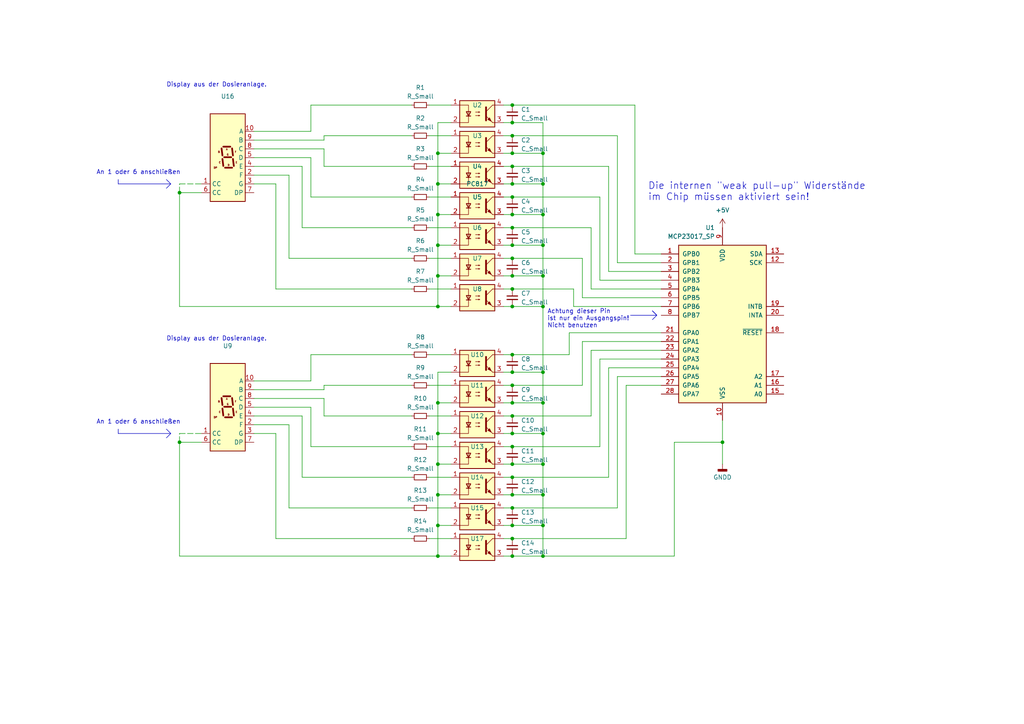
<source format=kicad_sch>
(kicad_sch (version 20230121) (generator eeschema)

  (uuid f8ebf771-8343-4509-ae62-5c2916712985)

  (paper "A4")

  (lib_symbols
    (symbol "Device:C_Small" (pin_numbers hide) (pin_names (offset 0.254) hide) (in_bom yes) (on_board yes)
      (property "Reference" "C" (at 0.254 1.778 0)
        (effects (font (size 1.27 1.27)) (justify left))
      )
      (property "Value" "C_Small" (at 0.254 -2.032 0)
        (effects (font (size 1.27 1.27)) (justify left))
      )
      (property "Footprint" "" (at 0 0 0)
        (effects (font (size 1.27 1.27)) hide)
      )
      (property "Datasheet" "~" (at 0 0 0)
        (effects (font (size 1.27 1.27)) hide)
      )
      (property "ki_keywords" "capacitor cap" (at 0 0 0)
        (effects (font (size 1.27 1.27)) hide)
      )
      (property "ki_description" "Unpolarized capacitor, small symbol" (at 0 0 0)
        (effects (font (size 1.27 1.27)) hide)
      )
      (property "ki_fp_filters" "C_*" (at 0 0 0)
        (effects (font (size 1.27 1.27)) hide)
      )
      (symbol "C_Small_0_1"
        (polyline
          (pts
            (xy -1.524 -0.508)
            (xy 1.524 -0.508)
          )
          (stroke (width 0.3302) (type default))
          (fill (type none))
        )
        (polyline
          (pts
            (xy -1.524 0.508)
            (xy 1.524 0.508)
          )
          (stroke (width 0.3048) (type default))
          (fill (type none))
        )
      )
      (symbol "C_Small_1_1"
        (pin passive line (at 0 2.54 270) (length 2.032)
          (name "~" (effects (font (size 1.27 1.27))))
          (number "1" (effects (font (size 1.27 1.27))))
        )
        (pin passive line (at 0 -2.54 90) (length 2.032)
          (name "~" (effects (font (size 1.27 1.27))))
          (number "2" (effects (font (size 1.27 1.27))))
        )
      )
    )
    (symbol "Device:R_Small" (pin_numbers hide) (pin_names (offset 0.254) hide) (in_bom yes) (on_board yes)
      (property "Reference" "R" (at 0.762 0.508 0)
        (effects (font (size 1.27 1.27)) (justify left))
      )
      (property "Value" "R_Small" (at 0.762 -1.016 0)
        (effects (font (size 1.27 1.27)) (justify left))
      )
      (property "Footprint" "" (at 0 0 0)
        (effects (font (size 1.27 1.27)) hide)
      )
      (property "Datasheet" "~" (at 0 0 0)
        (effects (font (size 1.27 1.27)) hide)
      )
      (property "ki_keywords" "R resistor" (at 0 0 0)
        (effects (font (size 1.27 1.27)) hide)
      )
      (property "ki_description" "Resistor, small symbol" (at 0 0 0)
        (effects (font (size 1.27 1.27)) hide)
      )
      (property "ki_fp_filters" "R_*" (at 0 0 0)
        (effects (font (size 1.27 1.27)) hide)
      )
      (symbol "R_Small_0_1"
        (rectangle (start -0.762 1.778) (end 0.762 -1.778)
          (stroke (width 0.2032) (type default))
          (fill (type none))
        )
      )
      (symbol "R_Small_1_1"
        (pin passive line (at 0 2.54 270) (length 0.762)
          (name "~" (effects (font (size 1.27 1.27))))
          (number "1" (effects (font (size 1.27 1.27))))
        )
        (pin passive line (at 0 -2.54 90) (length 0.762)
          (name "~" (effects (font (size 1.27 1.27))))
          (number "2" (effects (font (size 1.27 1.27))))
        )
      )
    )
    (symbol "Display_Character:HDSP-A153" (in_bom yes) (on_board yes)
      (property "Reference" "U" (at -3.81 13.97 0)
        (effects (font (size 1.27 1.27)))
      )
      (property "Value" "HDSP-A153" (at 6.35 13.97 0)
        (effects (font (size 1.27 1.27)))
      )
      (property "Footprint" "Display_7Segment:HDSP-A151" (at 0 -13.97 0)
        (effects (font (size 1.27 1.27)) hide)
      )
      (property "Datasheet" "https://docs.broadcom.com/docs/AV02-2553EN" (at -10.16 13.97 0)
        (effects (font (size 1.27 1.27)) hide)
      )
      (property "ki_keywords" "display LED 7-segment" (at 0 0 0)
        (effects (font (size 1.27 1.27)) hide)
      )
      (property "ki_description" "One digit 7 segment red, common cathode" (at 0 0 0)
        (effects (font (size 1.27 1.27)) hide)
      )
      (property "ki_fp_filters" "HDSP?A151*" (at 0 0 0)
        (effects (font (size 1.27 1.27)) hide)
      )
      (symbol "HDSP-A153_1_0"
        (text "A" (at 0.254 2.413 0)
          (effects (font (size 0.508 0.508)))
        )
        (text "B" (at 2.54 1.651 0)
          (effects (font (size 0.508 0.508)))
        )
        (text "C" (at 2.286 -1.397 0)
          (effects (font (size 0.508 0.508)))
        )
        (text "D" (at -0.254 -2.159 0)
          (effects (font (size 0.508 0.508)))
        )
        (text "DP" (at 3.556 -2.921 0)
          (effects (font (size 0.508 0.508)))
        )
        (text "E" (at -2.54 -1.397 0)
          (effects (font (size 0.508 0.508)))
        )
        (text "F" (at -2.286 1.651 0)
          (effects (font (size 0.508 0.508)))
        )
        (text "G" (at 0 0.889 0)
          (effects (font (size 0.508 0.508)))
        )
      )
      (symbol "HDSP-A153_1_1"
        (rectangle (start -5.08 12.7) (end 5.08 -12.7)
          (stroke (width 0.254) (type default))
          (fill (type background))
        )
        (polyline
          (pts
            (xy -1.524 -0.381)
            (xy -1.778 -2.413)
          )
          (stroke (width 0.508) (type default))
          (fill (type none))
        )
        (polyline
          (pts
            (xy -1.27 -2.921)
            (xy 0.762 -2.921)
          )
          (stroke (width 0.508) (type default))
          (fill (type none))
        )
        (polyline
          (pts
            (xy -1.27 2.667)
            (xy -1.524 0.635)
          )
          (stroke (width 0.508) (type default))
          (fill (type none))
        )
        (polyline
          (pts
            (xy -1.016 0.127)
            (xy 1.016 0.127)
          )
          (stroke (width 0.508) (type default))
          (fill (type none))
        )
        (polyline
          (pts
            (xy -0.762 3.175)
            (xy 1.27 3.175)
          )
          (stroke (width 0.508) (type default))
          (fill (type none))
        )
        (polyline
          (pts
            (xy 1.524 -0.381)
            (xy 1.27 -2.413)
          )
          (stroke (width 0.508) (type default))
          (fill (type none))
        )
        (polyline
          (pts
            (xy 1.778 2.667)
            (xy 1.524 0.635)
          )
          (stroke (width 0.508) (type default))
          (fill (type none))
        )
        (polyline
          (pts
            (xy 2.54 -2.921)
            (xy 2.54 -2.921)
          )
          (stroke (width 0.508) (type default))
          (fill (type none))
        )
        (pin input line (at 7.62 -7.62 180) (length 2.54)
          (name "CC" (effects (font (size 1.27 1.27))))
          (number "1" (effects (font (size 1.27 1.27))))
        )
        (pin input line (at -7.62 7.62 0) (length 2.54)
          (name "A" (effects (font (size 1.27 1.27))))
          (number "10" (effects (font (size 1.27 1.27))))
        )
        (pin input line (at -7.62 -5.08 0) (length 2.54)
          (name "F" (effects (font (size 1.27 1.27))))
          (number "2" (effects (font (size 1.27 1.27))))
        )
        (pin input line (at -7.62 -7.62 0) (length 2.54)
          (name "G" (effects (font (size 1.27 1.27))))
          (number "3" (effects (font (size 1.27 1.27))))
        )
        (pin input line (at -7.62 -2.54 0) (length 2.54)
          (name "E" (effects (font (size 1.27 1.27))))
          (number "4" (effects (font (size 1.27 1.27))))
        )
        (pin input line (at -7.62 0 0) (length 2.54)
          (name "D" (effects (font (size 1.27 1.27))))
          (number "5" (effects (font (size 1.27 1.27))))
        )
        (pin input line (at 7.62 -10.16 180) (length 2.54)
          (name "CC" (effects (font (size 1.27 1.27))))
          (number "6" (effects (font (size 1.27 1.27))))
        )
        (pin input line (at -7.62 -10.16 0) (length 2.54)
          (name "DP" (effects (font (size 1.27 1.27))))
          (number "7" (effects (font (size 1.27 1.27))))
        )
        (pin input line (at -7.62 2.54 0) (length 2.54)
          (name "C" (effects (font (size 1.27 1.27))))
          (number "8" (effects (font (size 1.27 1.27))))
        )
        (pin input line (at -7.62 5.08 0) (length 2.54)
          (name "B" (effects (font (size 1.27 1.27))))
          (number "9" (effects (font (size 1.27 1.27))))
        )
      )
    )
    (symbol "Interface_Expansion:MCP23017_SP" (pin_names (offset 1.016)) (in_bom yes) (on_board yes)
      (property "Reference" "U" (at -11.43 24.13 0)
        (effects (font (size 1.27 1.27)))
      )
      (property "Value" "MCP23017_SP" (at 0 0 0)
        (effects (font (size 1.27 1.27)))
      )
      (property "Footprint" "Package_DIP:DIP-28_W7.62mm" (at 5.08 -25.4 0)
        (effects (font (size 1.27 1.27)) (justify left) hide)
      )
      (property "Datasheet" "http://ww1.microchip.com/downloads/en/DeviceDoc/20001952C.pdf" (at 5.08 -27.94 0)
        (effects (font (size 1.27 1.27)) (justify left) hide)
      )
      (property "ki_keywords" "I2C parallel port expander" (at 0 0 0)
        (effects (font (size 1.27 1.27)) hide)
      )
      (property "ki_description" "16-bit I/O expander, I2C, interrupts, w pull-ups, SPDIP-28" (at 0 0 0)
        (effects (font (size 1.27 1.27)) hide)
      )
      (property "ki_fp_filters" "DIP*W7.62mm*" (at 0 0 0)
        (effects (font (size 1.27 1.27)) hide)
      )
      (symbol "MCP23017_SP_0_1"
        (rectangle (start -12.7 22.86) (end 12.7 -22.86)
          (stroke (width 0.254) (type default))
          (fill (type background))
        )
      )
      (symbol "MCP23017_SP_1_1"
        (pin bidirectional line (at 17.78 20.32 180) (length 5.08)
          (name "GPB0" (effects (font (size 1.27 1.27))))
          (number "1" (effects (font (size 1.27 1.27))))
        )
        (pin power_in line (at 0 -27.94 90) (length 5.08)
          (name "VSS" (effects (font (size 1.27 1.27))))
          (number "10" (effects (font (size 1.27 1.27))))
        )
        (pin no_connect line (at -12.7 15.24 0) (length 5.08) hide
          (name "NC" (effects (font (size 1.27 1.27))))
          (number "11" (effects (font (size 1.27 1.27))))
        )
        (pin input line (at -17.78 17.78 0) (length 5.08)
          (name "SCK" (effects (font (size 1.27 1.27))))
          (number "12" (effects (font (size 1.27 1.27))))
        )
        (pin bidirectional line (at -17.78 20.32 0) (length 5.08)
          (name "SDA" (effects (font (size 1.27 1.27))))
          (number "13" (effects (font (size 1.27 1.27))))
        )
        (pin no_connect line (at -12.7 12.7 0) (length 5.08) hide
          (name "NC" (effects (font (size 1.27 1.27))))
          (number "14" (effects (font (size 1.27 1.27))))
        )
        (pin input line (at -17.78 -20.32 0) (length 5.08)
          (name "A0" (effects (font (size 1.27 1.27))))
          (number "15" (effects (font (size 1.27 1.27))))
        )
        (pin input line (at -17.78 -17.78 0) (length 5.08)
          (name "A1" (effects (font (size 1.27 1.27))))
          (number "16" (effects (font (size 1.27 1.27))))
        )
        (pin input line (at -17.78 -15.24 0) (length 5.08)
          (name "A2" (effects (font (size 1.27 1.27))))
          (number "17" (effects (font (size 1.27 1.27))))
        )
        (pin input line (at -17.78 -2.54 0) (length 5.08)
          (name "~{RESET}" (effects (font (size 1.27 1.27))))
          (number "18" (effects (font (size 1.27 1.27))))
        )
        (pin tri_state line (at -17.78 5.08 0) (length 5.08)
          (name "INTB" (effects (font (size 1.27 1.27))))
          (number "19" (effects (font (size 1.27 1.27))))
        )
        (pin bidirectional line (at 17.78 17.78 180) (length 5.08)
          (name "GPB1" (effects (font (size 1.27 1.27))))
          (number "2" (effects (font (size 1.27 1.27))))
        )
        (pin tri_state line (at -17.78 2.54 0) (length 5.08)
          (name "INTA" (effects (font (size 1.27 1.27))))
          (number "20" (effects (font (size 1.27 1.27))))
        )
        (pin bidirectional line (at 17.78 -2.54 180) (length 5.08)
          (name "GPA0" (effects (font (size 1.27 1.27))))
          (number "21" (effects (font (size 1.27 1.27))))
        )
        (pin bidirectional line (at 17.78 -5.08 180) (length 5.08)
          (name "GPA1" (effects (font (size 1.27 1.27))))
          (number "22" (effects (font (size 1.27 1.27))))
        )
        (pin bidirectional line (at 17.78 -7.62 180) (length 5.08)
          (name "GPA2" (effects (font (size 1.27 1.27))))
          (number "23" (effects (font (size 1.27 1.27))))
        )
        (pin bidirectional line (at 17.78 -10.16 180) (length 5.08)
          (name "GPA3" (effects (font (size 1.27 1.27))))
          (number "24" (effects (font (size 1.27 1.27))))
        )
        (pin bidirectional line (at 17.78 -12.7 180) (length 5.08)
          (name "GPA4" (effects (font (size 1.27 1.27))))
          (number "25" (effects (font (size 1.27 1.27))))
        )
        (pin bidirectional line (at 17.78 -15.24 180) (length 5.08)
          (name "GPA5" (effects (font (size 1.27 1.27))))
          (number "26" (effects (font (size 1.27 1.27))))
        )
        (pin bidirectional line (at 17.78 -17.78 180) (length 5.08)
          (name "GPA6" (effects (font (size 1.27 1.27))))
          (number "27" (effects (font (size 1.27 1.27))))
        )
        (pin bidirectional line (at 17.78 -20.32 180) (length 5.08)
          (name "GPA7" (effects (font (size 1.27 1.27))))
          (number "28" (effects (font (size 1.27 1.27))))
        )
        (pin bidirectional line (at 17.78 15.24 180) (length 5.08)
          (name "GPB2" (effects (font (size 1.27 1.27))))
          (number "3" (effects (font (size 1.27 1.27))))
        )
        (pin bidirectional line (at 17.78 12.7 180) (length 5.08)
          (name "GPB3" (effects (font (size 1.27 1.27))))
          (number "4" (effects (font (size 1.27 1.27))))
        )
        (pin bidirectional line (at 17.78 10.16 180) (length 5.08)
          (name "GPB4" (effects (font (size 1.27 1.27))))
          (number "5" (effects (font (size 1.27 1.27))))
        )
        (pin bidirectional line (at 17.78 7.62 180) (length 5.08)
          (name "GPB5" (effects (font (size 1.27 1.27))))
          (number "6" (effects (font (size 1.27 1.27))))
        )
        (pin bidirectional line (at 17.78 5.08 180) (length 5.08)
          (name "GPB6" (effects (font (size 1.27 1.27))))
          (number "7" (effects (font (size 1.27 1.27))))
        )
        (pin bidirectional line (at 17.78 2.54 180) (length 5.08)
          (name "GPB7" (effects (font (size 1.27 1.27))))
          (number "8" (effects (font (size 1.27 1.27))))
        )
        (pin power_in line (at 0 27.94 270) (length 5.08)
          (name "VDD" (effects (font (size 1.27 1.27))))
          (number "9" (effects (font (size 1.27 1.27))))
        )
      )
    )
    (symbol "Isolator:PC817" (pin_names (offset 1.016)) (in_bom yes) (on_board yes)
      (property "Reference" "U" (at -5.08 5.08 0)
        (effects (font (size 1.27 1.27)) (justify left))
      )
      (property "Value" "PC817" (at 0 5.08 0)
        (effects (font (size 1.27 1.27)) (justify left))
      )
      (property "Footprint" "Package_DIP:DIP-4_W7.62mm" (at -5.08 -5.08 0)
        (effects (font (size 1.27 1.27) italic) (justify left) hide)
      )
      (property "Datasheet" "http://www.soselectronic.cz/a_info/resource/d/pc817.pdf" (at 0 0 0)
        (effects (font (size 1.27 1.27)) (justify left) hide)
      )
      (property "ki_keywords" "NPN DC Optocoupler" (at 0 0 0)
        (effects (font (size 1.27 1.27)) hide)
      )
      (property "ki_description" "DC Optocoupler, Vce 35V, CTR 50-300%, DIP-4" (at 0 0 0)
        (effects (font (size 1.27 1.27)) hide)
      )
      (property "ki_fp_filters" "DIP*W7.62mm*" (at 0 0 0)
        (effects (font (size 1.27 1.27)) hide)
      )
      (symbol "PC817_0_1"
        (rectangle (start -5.08 3.81) (end 5.08 -3.81)
          (stroke (width 0.254) (type default))
          (fill (type background))
        )
        (polyline
          (pts
            (xy -3.175 -0.635)
            (xy -1.905 -0.635)
          )
          (stroke (width 0.254) (type default))
          (fill (type none))
        )
        (polyline
          (pts
            (xy 2.54 0.635)
            (xy 4.445 2.54)
          )
          (stroke (width 0) (type default))
          (fill (type none))
        )
        (polyline
          (pts
            (xy 4.445 -2.54)
            (xy 2.54 -0.635)
          )
          (stroke (width 0) (type default))
          (fill (type outline))
        )
        (polyline
          (pts
            (xy 4.445 -2.54)
            (xy 5.08 -2.54)
          )
          (stroke (width 0) (type default))
          (fill (type none))
        )
        (polyline
          (pts
            (xy 4.445 2.54)
            (xy 5.08 2.54)
          )
          (stroke (width 0) (type default))
          (fill (type none))
        )
        (polyline
          (pts
            (xy -5.08 2.54)
            (xy -2.54 2.54)
            (xy -2.54 -0.635)
          )
          (stroke (width 0) (type default))
          (fill (type none))
        )
        (polyline
          (pts
            (xy -2.54 -0.635)
            (xy -2.54 -2.54)
            (xy -5.08 -2.54)
          )
          (stroke (width 0) (type default))
          (fill (type none))
        )
        (polyline
          (pts
            (xy 2.54 1.905)
            (xy 2.54 -1.905)
            (xy 2.54 -1.905)
          )
          (stroke (width 0.508) (type default))
          (fill (type none))
        )
        (polyline
          (pts
            (xy -2.54 -0.635)
            (xy -3.175 0.635)
            (xy -1.905 0.635)
            (xy -2.54 -0.635)
          )
          (stroke (width 0.254) (type default))
          (fill (type none))
        )
        (polyline
          (pts
            (xy -0.508 -0.508)
            (xy 0.762 -0.508)
            (xy 0.381 -0.635)
            (xy 0.381 -0.381)
            (xy 0.762 -0.508)
          )
          (stroke (width 0) (type default))
          (fill (type none))
        )
        (polyline
          (pts
            (xy -0.508 0.508)
            (xy 0.762 0.508)
            (xy 0.381 0.381)
            (xy 0.381 0.635)
            (xy 0.762 0.508)
          )
          (stroke (width 0) (type default))
          (fill (type none))
        )
        (polyline
          (pts
            (xy 3.048 -1.651)
            (xy 3.556 -1.143)
            (xy 4.064 -2.159)
            (xy 3.048 -1.651)
            (xy 3.048 -1.651)
          )
          (stroke (width 0) (type default))
          (fill (type outline))
        )
      )
      (symbol "PC817_1_1"
        (pin passive line (at -7.62 2.54 0) (length 2.54)
          (name "~" (effects (font (size 1.27 1.27))))
          (number "1" (effects (font (size 1.27 1.27))))
        )
        (pin passive line (at -7.62 -2.54 0) (length 2.54)
          (name "~" (effects (font (size 1.27 1.27))))
          (number "2" (effects (font (size 1.27 1.27))))
        )
        (pin passive line (at 7.62 -2.54 180) (length 2.54)
          (name "~" (effects (font (size 1.27 1.27))))
          (number "3" (effects (font (size 1.27 1.27))))
        )
        (pin passive line (at 7.62 2.54 180) (length 2.54)
          (name "~" (effects (font (size 1.27 1.27))))
          (number "4" (effects (font (size 1.27 1.27))))
        )
      )
    )
    (symbol "power:+5V" (power) (pin_names (offset 0)) (in_bom yes) (on_board yes)
      (property "Reference" "#PWR" (at 0 -3.81 0)
        (effects (font (size 1.27 1.27)) hide)
      )
      (property "Value" "+5V" (at 0 3.556 0)
        (effects (font (size 1.27 1.27)))
      )
      (property "Footprint" "" (at 0 0 0)
        (effects (font (size 1.27 1.27)) hide)
      )
      (property "Datasheet" "" (at 0 0 0)
        (effects (font (size 1.27 1.27)) hide)
      )
      (property "ki_keywords" "global power" (at 0 0 0)
        (effects (font (size 1.27 1.27)) hide)
      )
      (property "ki_description" "Power symbol creates a global label with name \"+5V\"" (at 0 0 0)
        (effects (font (size 1.27 1.27)) hide)
      )
      (symbol "+5V_0_1"
        (polyline
          (pts
            (xy -0.762 1.27)
            (xy 0 2.54)
          )
          (stroke (width 0) (type default))
          (fill (type none))
        )
        (polyline
          (pts
            (xy 0 0)
            (xy 0 2.54)
          )
          (stroke (width 0) (type default))
          (fill (type none))
        )
        (polyline
          (pts
            (xy 0 2.54)
            (xy 0.762 1.27)
          )
          (stroke (width 0) (type default))
          (fill (type none))
        )
      )
      (symbol "+5V_1_1"
        (pin power_in line (at 0 0 90) (length 0) hide
          (name "+5V" (effects (font (size 1.27 1.27))))
          (number "1" (effects (font (size 1.27 1.27))))
        )
      )
    )
    (symbol "power:GNDD" (power) (pin_names (offset 0)) (in_bom yes) (on_board yes)
      (property "Reference" "#PWR" (at 0 -6.35 0)
        (effects (font (size 1.27 1.27)) hide)
      )
      (property "Value" "GNDD" (at 0 -3.175 0)
        (effects (font (size 1.27 1.27)))
      )
      (property "Footprint" "" (at 0 0 0)
        (effects (font (size 1.27 1.27)) hide)
      )
      (property "Datasheet" "" (at 0 0 0)
        (effects (font (size 1.27 1.27)) hide)
      )
      (property "ki_keywords" "global power" (at 0 0 0)
        (effects (font (size 1.27 1.27)) hide)
      )
      (property "ki_description" "Power symbol creates a global label with name \"GNDD\" , digital ground" (at 0 0 0)
        (effects (font (size 1.27 1.27)) hide)
      )
      (symbol "GNDD_0_1"
        (rectangle (start -1.27 -1.524) (end 1.27 -2.032)
          (stroke (width 0.254) (type default))
          (fill (type outline))
        )
        (polyline
          (pts
            (xy 0 0)
            (xy 0 -1.524)
          )
          (stroke (width 0) (type default))
          (fill (type none))
        )
      )
      (symbol "GNDD_1_1"
        (pin power_in line (at 0 0 270) (length 0) hide
          (name "GNDD" (effects (font (size 1.27 1.27))))
          (number "1" (effects (font (size 1.27 1.27))))
        )
      )
    )
  )

  (junction (at 52.07 55.88) (diameter 0) (color 0 0 0 0)
    (uuid 0092571b-4ecd-4a21-a1c0-76cd7e016287)
  )
  (junction (at 148.59 80.01) (diameter 0) (color 0 0 0 0)
    (uuid 00a9ba6a-5e5b-4e08-8d96-8e16a239d39f)
  )
  (junction (at 148.59 48.26) (diameter 0) (color 0 0 0 0)
    (uuid 021241e4-7b72-443f-b09b-ab7caf3f02b1)
  )
  (junction (at 148.59 83.82) (diameter 0) (color 0 0 0 0)
    (uuid 0ebb2068-fe79-4090-919e-cc7689e80f9e)
  )
  (junction (at 127 53.34) (diameter 0) (color 0 0 0 0)
    (uuid 11296f91-c3fa-4237-a7a8-65c6f4a21728)
  )
  (junction (at 127 44.45) (diameter 0) (color 0 0 0 0)
    (uuid 13bacc51-806d-4982-bd26-7fe5406da259)
  )
  (junction (at 148.59 152.4) (diameter 0) (color 0 0 0 0)
    (uuid 14d8308c-4e64-4bc9-9a83-20690386944d)
  )
  (junction (at 157.48 88.9) (diameter 0) (color 0 0 0 0)
    (uuid 1735961f-d6c0-4d67-9b22-5fb5435fb6cd)
  )
  (junction (at 157.48 71.12) (diameter 0) (color 0 0 0 0)
    (uuid 17875181-ab14-46a6-b267-1410783ccd7e)
  )
  (junction (at 148.59 116.84) (diameter 0) (color 0 0 0 0)
    (uuid 1b0f10e1-4b92-4807-a473-dfe01b914955)
  )
  (junction (at 148.59 138.43) (diameter 0) (color 0 0 0 0)
    (uuid 1cde2f69-e539-4594-b833-668ab8cdc70e)
  )
  (junction (at 157.48 80.01) (diameter 0) (color 0 0 0 0)
    (uuid 1eba51ab-0d78-4305-b981-8515d6785e19)
  )
  (junction (at 127 80.01) (diameter 0) (color 0 0 0 0)
    (uuid 1edc4a9b-1e7d-4108-8a82-63f6280f268c)
  )
  (junction (at 157.48 116.84) (diameter 0) (color 0 0 0 0)
    (uuid 1f31f773-e6e0-4f9c-92c9-622b000ded8a)
  )
  (junction (at 148.59 107.95) (diameter 0) (color 0 0 0 0)
    (uuid 200dc2d1-d6c7-4036-a386-796ed5e9252e)
  )
  (junction (at 127 125.73) (diameter 0) (color 0 0 0 0)
    (uuid 286e3f5a-7336-4264-9f1d-e5753b9d8c57)
  )
  (junction (at 127 143.51) (diameter 0) (color 0 0 0 0)
    (uuid 313b69bd-024e-4b4c-b06d-b356a8a1d84f)
  )
  (junction (at 148.59 102.87) (diameter 0) (color 0 0 0 0)
    (uuid 32d9f52d-b5cf-47e8-b3c9-71c5a71ac1b3)
  )
  (junction (at 148.59 88.9) (diameter 0) (color 0 0 0 0)
    (uuid 344a4c7f-186a-40f5-b127-9864bbb12b87)
  )
  (junction (at 157.48 161.29) (diameter 0) (color 0 0 0 0)
    (uuid 345dae21-769d-4346-a03f-21799ccfb6f3)
  )
  (junction (at 127 152.4) (diameter 0) (color 0 0 0 0)
    (uuid 3b3f303f-155b-4a08-944b-69734bff1383)
  )
  (junction (at 127 88.9) (diameter 0) (color 0 0 0 0)
    (uuid 3e6f7db8-d078-4616-9a03-370e00effea7)
  )
  (junction (at 148.59 143.51) (diameter 0) (color 0 0 0 0)
    (uuid 44cf4181-890a-4d09-8c54-01875577a401)
  )
  (junction (at 148.59 134.62) (diameter 0) (color 0 0 0 0)
    (uuid 57b29862-34ee-4c8f-a106-9e2bceb83e33)
  )
  (junction (at 148.59 57.15) (diameter 0) (color 0 0 0 0)
    (uuid 5c4719ef-f02b-46dc-94a2-11cf71130d14)
  )
  (junction (at 127 134.62) (diameter 0) (color 0 0 0 0)
    (uuid 5cf6f005-8753-4fd9-b5c3-263ab2ff39b6)
  )
  (junction (at 148.59 35.56) (diameter 0) (color 0 0 0 0)
    (uuid 63216137-e10f-4017-91ec-c3ac32a288d1)
  )
  (junction (at 148.59 39.37) (diameter 0) (color 0 0 0 0)
    (uuid 64dbe5f6-108b-4b04-8bcc-59d36927e50f)
  )
  (junction (at 127 71.12) (diameter 0) (color 0 0 0 0)
    (uuid 75784d1b-17c5-474d-83d9-a2b20f050371)
  )
  (junction (at 157.48 53.34) (diameter 0) (color 0 0 0 0)
    (uuid 76fa1113-802a-49b0-986f-9ac2b85941e1)
  )
  (junction (at 148.59 53.34) (diameter 0) (color 0 0 0 0)
    (uuid 7fafc963-4613-43e9-afed-40b2fc40e22b)
  )
  (junction (at 148.59 66.04) (diameter 0) (color 0 0 0 0)
    (uuid 82328c14-9c39-48e4-a073-a628611ccf43)
  )
  (junction (at 148.59 120.65) (diameter 0) (color 0 0 0 0)
    (uuid 8646cde9-f428-483f-945c-35698b9315fb)
  )
  (junction (at 52.07 128.27) (diameter 0) (color 0 0 0 0)
    (uuid 87cb9f9b-a91a-48e9-ba1e-5686aeaa29f3)
  )
  (junction (at 127 62.23) (diameter 0) (color 0 0 0 0)
    (uuid 89a50831-b96e-4d69-bcfb-209e1a3a4b5a)
  )
  (junction (at 157.48 143.51) (diameter 0) (color 0 0 0 0)
    (uuid 8be81ef3-d3ef-45fc-a42b-0da82d69c37a)
  )
  (junction (at 148.59 111.76) (diameter 0) (color 0 0 0 0)
    (uuid 91ba17c6-64b2-4e46-a730-1906251d2c90)
  )
  (junction (at 127 161.29) (diameter 0) (color 0 0 0 0)
    (uuid 989f8ecb-49da-4f82-8593-6f5e1c9cdcc8)
  )
  (junction (at 148.59 156.21) (diameter 0) (color 0 0 0 0)
    (uuid 9d820bf2-59a5-4802-97a7-77bcce444abe)
  )
  (junction (at 148.59 129.54) (diameter 0) (color 0 0 0 0)
    (uuid a655fe5e-187d-42fa-bad1-516a8df2fd71)
  )
  (junction (at 127 116.84) (diameter 0) (color 0 0 0 0)
    (uuid a8e3e1b8-a242-4e8e-acdf-95000971bda2)
  )
  (junction (at 157.48 134.62) (diameter 0) (color 0 0 0 0)
    (uuid a9b4e8ee-6e49-47f3-ad0a-7c274a5c26d6)
  )
  (junction (at 148.59 74.93) (diameter 0) (color 0 0 0 0)
    (uuid ab17ac84-8bf6-4a58-8b5b-4bd278839d3a)
  )
  (junction (at 148.59 125.73) (diameter 0) (color 0 0 0 0)
    (uuid be098862-6382-4ca7-9387-41f959dbad5c)
  )
  (junction (at 157.48 107.95) (diameter 0) (color 0 0 0 0)
    (uuid c6be8bda-6d2b-459e-aa10-bb059a631f93)
  )
  (junction (at 148.59 71.12) (diameter 0) (color 0 0 0 0)
    (uuid cb4d94e8-8f31-401a-a4af-db88d9633bba)
  )
  (junction (at 157.48 62.23) (diameter 0) (color 0 0 0 0)
    (uuid ccacd683-116e-4008-8a09-6d531dcef4c3)
  )
  (junction (at 148.59 147.32) (diameter 0) (color 0 0 0 0)
    (uuid d16ee61c-e071-4219-9fae-dd6cab4bf2ca)
  )
  (junction (at 209.55 128.27) (diameter 0) (color 0 0 0 0)
    (uuid d34b8cf8-1baa-444b-a55a-a79189e89fe6)
  )
  (junction (at 157.48 44.45) (diameter 0) (color 0 0 0 0)
    (uuid e891d895-7d14-407e-befa-4f9a51b3ce72)
  )
  (junction (at 157.48 152.4) (diameter 0) (color 0 0 0 0)
    (uuid ea597bd9-5171-4571-97e8-57a21863c87c)
  )
  (junction (at 148.59 161.29) (diameter 0) (color 0 0 0 0)
    (uuid f0db4c04-571c-4619-9027-d863f5343ee2)
  )
  (junction (at 148.59 62.23) (diameter 0) (color 0 0 0 0)
    (uuid f372f497-ca40-4525-b1ac-d6a5a236a853)
  )
  (junction (at 148.59 30.48) (diameter 0) (color 0 0 0 0)
    (uuid f4cf0e39-6f4b-4582-b327-41881a0efe4f)
  )
  (junction (at 148.59 44.45) (diameter 0) (color 0 0 0 0)
    (uuid f52e9089-db69-4cb2-bbf4-20d5ef944c61)
  )
  (junction (at 157.48 125.73) (diameter 0) (color 0 0 0 0)
    (uuid f6275168-829a-4dee-9de1-0a75cc8243d5)
  )

  (polyline (pts (xy 189.23 90.17) (xy 190.5 91.44))
    (stroke (width 0) (type default))
    (uuid 00449322-cadd-4a67-91ba-b4fdd7c1bb5c)
  )

  (wire (pts (xy 124.46 66.04) (xy 130.81 66.04))
    (stroke (width 0) (type default))
    (uuid 0199ef17-2c44-422d-b8a7-5bff4dd1303f)
  )
  (wire (pts (xy 80.01 156.21) (xy 119.38 156.21))
    (stroke (width 0) (type default))
    (uuid 03a4de28-d858-432e-8743-e0adc670b508)
  )
  (wire (pts (xy 168.91 74.93) (xy 168.91 86.36))
    (stroke (width 0) (type default))
    (uuid 041d76ad-96a7-4722-974b-3940930f419c)
  )
  (wire (pts (xy 124.46 147.32) (xy 130.81 147.32))
    (stroke (width 0) (type default))
    (uuid 050ff7da-9645-4c55-ba8b-69d7a46b5ca6)
  )
  (wire (pts (xy 146.05 125.73) (xy 148.59 125.73))
    (stroke (width 0) (type default))
    (uuid 05aa2ced-1e56-433e-9c47-d59470f79f9b)
  )
  (wire (pts (xy 179.07 39.37) (xy 179.07 76.2))
    (stroke (width 0) (type default))
    (uuid 068344b1-a4cf-4925-9dd6-9239271bab98)
  )
  (wire (pts (xy 146.05 129.54) (xy 148.59 129.54))
    (stroke (width 0) (type default))
    (uuid 07f5577d-850a-4654-8002-ecb7f4a1b318)
  )
  (wire (pts (xy 73.66 38.1) (xy 90.17 38.1))
    (stroke (width 0) (type default))
    (uuid 08880c9e-1829-4644-95e6-341d90d29615)
  )
  (wire (pts (xy 146.05 57.15) (xy 148.59 57.15))
    (stroke (width 0) (type default))
    (uuid 0958b18a-3553-46e5-8cc9-fb471e401d58)
  )
  (wire (pts (xy 80.01 83.82) (xy 119.38 83.82))
    (stroke (width 0) (type default))
    (uuid 0a614f0f-59f4-4dc3-a52f-fce5136e4979)
  )
  (wire (pts (xy 90.17 129.54) (xy 119.38 129.54))
    (stroke (width 0) (type default))
    (uuid 0b0fee9e-a8a2-4b48-bc70-fc2a79d21af4)
  )
  (wire (pts (xy 124.46 83.82) (xy 130.81 83.82))
    (stroke (width 0) (type default))
    (uuid 0c204167-3e98-40f9-88a7-dac734f85e9f)
  )
  (wire (pts (xy 146.05 48.26) (xy 148.59 48.26))
    (stroke (width 0) (type default))
    (uuid 0c621932-6470-4658-a6ee-4cf4ae8a13ce)
  )
  (wire (pts (xy 157.48 44.45) (xy 157.48 53.34))
    (stroke (width 0) (type default))
    (uuid 0c9512f3-a0e0-4386-9e0d-6a1128d1ccbb)
  )
  (wire (pts (xy 165.1 102.87) (xy 165.1 96.52))
    (stroke (width 0) (type default))
    (uuid 0cee28a1-35c4-4295-90ff-d7e8e6a93d5a)
  )
  (wire (pts (xy 73.66 43.18) (xy 93.98 43.18))
    (stroke (width 0) (type default))
    (uuid 0ed95d80-bfdc-48d9-9c6a-88de9fed55dc)
  )
  (polyline (pts (xy 189.23 90.17) (xy 190.5 91.44))
    (stroke (width 0) (type default))
    (uuid 0f26f6a1-6f3c-4443-aa30-2f727d5a6141)
  )

  (wire (pts (xy 184.15 30.48) (xy 184.15 73.66))
    (stroke (width 0) (type default))
    (uuid 0f49176a-b0d8-44e7-8105-7a4dd6a30d91)
  )
  (wire (pts (xy 124.46 138.43) (xy 130.81 138.43))
    (stroke (width 0) (type default))
    (uuid 117cda5d-1862-416c-bc69-6fd694b057b9)
  )
  (polyline (pts (xy 34.29 53.34) (xy 49.53 53.34))
    (stroke (width 0) (type default))
    (uuid 131a4074-3bea-418a-b30f-38538763f9af)
  )

  (wire (pts (xy 127 134.62) (xy 130.81 134.62))
    (stroke (width 0) (type default))
    (uuid 1425e2f3-cb8e-4dc0-816a-f9cf3300ec73)
  )
  (polyline (pts (xy 48.26 52.07) (xy 49.53 53.34))
    (stroke (width 0) (type default))
    (uuid 14d26527-500b-410d-818e-ec0756e3b530)
  )

  (wire (pts (xy 146.05 156.21) (xy 148.59 156.21))
    (stroke (width 0) (type default))
    (uuid 16aca367-2b2a-4867-94fe-10068ebab77c)
  )
  (wire (pts (xy 148.59 80.01) (xy 157.48 80.01))
    (stroke (width 0) (type default))
    (uuid 170f5508-35f7-4884-8d14-78282651014b)
  )
  (wire (pts (xy 148.59 71.12) (xy 157.48 71.12))
    (stroke (width 0) (type default))
    (uuid 178dc453-694c-4162-a95f-4945dd97e755)
  )
  (wire (pts (xy 127 152.4) (xy 127 143.51))
    (stroke (width 0) (type default))
    (uuid 187d3905-b987-4dd9-b33f-6a24004bd617)
  )
  (wire (pts (xy 87.63 138.43) (xy 119.38 138.43))
    (stroke (width 0) (type default))
    (uuid 19f2ea2b-fb51-45ec-9731-5c4d2dfffae0)
  )
  (wire (pts (xy 148.59 152.4) (xy 157.48 152.4))
    (stroke (width 0) (type default))
    (uuid 1a284d3d-ea2b-46a1-8189-a0bb53befb1c)
  )
  (wire (pts (xy 148.59 44.45) (xy 157.48 44.45))
    (stroke (width 0) (type default))
    (uuid 1accab97-3078-47b2-91fa-6b3c6ec86e5b)
  )
  (wire (pts (xy 209.55 128.27) (xy 209.55 134.62))
    (stroke (width 0) (type default))
    (uuid 1c42a268-daf5-40c0-9979-1d5a0c785f90)
  )
  (wire (pts (xy 148.59 39.37) (xy 179.07 39.37))
    (stroke (width 0) (type default))
    (uuid 1c85c4e8-a1b4-4cad-8e3d-d2014d127242)
  )
  (wire (pts (xy 124.46 39.37) (xy 130.81 39.37))
    (stroke (width 0) (type default))
    (uuid 1fda1b95-3039-4b3d-96c8-f0d45469a0ad)
  )
  (wire (pts (xy 127 125.73) (xy 130.81 125.73))
    (stroke (width 0) (type default))
    (uuid 2103ec9b-8f1e-4b01-bc47-56d3313945c7)
  )
  (wire (pts (xy 165.1 96.52) (xy 191.77 96.52))
    (stroke (width 0) (type default))
    (uuid 23bcf9d9-ac88-4de5-a6a9-6d27e7d07814)
  )
  (wire (pts (xy 93.98 39.37) (xy 119.38 39.37))
    (stroke (width 0) (type default))
    (uuid 245af38d-4e63-4445-8bea-8f2bd11679e2)
  )
  (wire (pts (xy 127 62.23) (xy 130.81 62.23))
    (stroke (width 0) (type default))
    (uuid 270205dd-0935-4f7e-bac8-e339a02ff7fa)
  )
  (wire (pts (xy 157.48 152.4) (xy 157.48 161.29))
    (stroke (width 0) (type default))
    (uuid 2740144f-6be2-47f3-8a00-9dc68bf76f84)
  )
  (wire (pts (xy 173.99 81.28) (xy 191.77 81.28))
    (stroke (width 0) (type default))
    (uuid 277d754a-cce1-491d-ab3f-37d53b59484d)
  )
  (wire (pts (xy 146.05 44.45) (xy 148.59 44.45))
    (stroke (width 0) (type default))
    (uuid 27fc2730-9457-46a3-8c38-9441deb9d43e)
  )
  (wire (pts (xy 52.07 55.88) (xy 52.07 53.34))
    (stroke (width 0) (type dash))
    (uuid 28a3c29b-256a-4877-8852-58ded90319b1)
  )
  (wire (pts (xy 124.46 156.21) (xy 130.81 156.21))
    (stroke (width 0) (type default))
    (uuid 28b871d5-942d-401b-983c-1964c36ba590)
  )
  (wire (pts (xy 146.05 107.95) (xy 148.59 107.95))
    (stroke (width 0) (type default))
    (uuid 29687778-91b0-4059-beaa-4c14cbe8df81)
  )
  (wire (pts (xy 80.01 53.34) (xy 80.01 83.82))
    (stroke (width 0) (type default))
    (uuid 2bf40749-e6f2-4f16-9657-047d01e32a47)
  )
  (polyline (pts (xy 48.26 127) (xy 49.53 125.73))
    (stroke (width 0) (type default))
    (uuid 2d1d457e-729d-41de-b07b-460d566a7155)
  )

  (wire (pts (xy 93.98 111.76) (xy 119.38 111.76))
    (stroke (width 0) (type default))
    (uuid 2f6ca706-c522-4c1d-a404-3db8ecdef7a2)
  )
  (wire (pts (xy 157.48 134.62) (xy 157.48 143.51))
    (stroke (width 0) (type default))
    (uuid 2fffd830-6b44-4777-a695-791d32e79e4c)
  )
  (wire (pts (xy 148.59 134.62) (xy 157.48 134.62))
    (stroke (width 0) (type default))
    (uuid 31b8827c-e068-45eb-bf1f-cdaa76f05d09)
  )
  (wire (pts (xy 157.48 35.56) (xy 157.48 44.45))
    (stroke (width 0) (type default))
    (uuid 31f08070-290e-4e23-8834-b463633f9139)
  )
  (wire (pts (xy 124.46 74.93) (xy 130.81 74.93))
    (stroke (width 0) (type default))
    (uuid 32bbbc97-4693-469c-861d-df46fc3a52fa)
  )
  (wire (pts (xy 73.66 113.03) (xy 93.98 113.03))
    (stroke (width 0) (type default))
    (uuid 3648c6c1-d8cc-4930-ac4f-f88b56daf9b7)
  )
  (wire (pts (xy 176.53 48.26) (xy 176.53 78.74))
    (stroke (width 0) (type default))
    (uuid 376b4d33-a0f7-4dbb-84ca-d6f7d7004811)
  )
  (wire (pts (xy 148.59 66.04) (xy 171.45 66.04))
    (stroke (width 0) (type default))
    (uuid 3d24c9e6-127a-469a-a5be-deca775bb933)
  )
  (wire (pts (xy 209.55 121.92) (xy 209.55 128.27))
    (stroke (width 0) (type default))
    (uuid 3f9c7240-73a3-4b4d-a966-e32bfd8c066b)
  )
  (wire (pts (xy 127 62.23) (xy 127 53.34))
    (stroke (width 0) (type default))
    (uuid 3fd33734-cf31-4f75-962f-3e59ba8d1685)
  )
  (polyline (pts (xy 189.23 92.71) (xy 190.5 91.44))
    (stroke (width 0) (type default))
    (uuid 4728a83d-12af-4ddf-875e-20c82a14822f)
  )

  (wire (pts (xy 73.66 123.19) (xy 83.82 123.19))
    (stroke (width 0) (type default))
    (uuid 485ae05b-03a4-450d-8ab4-df19a91a761f)
  )
  (polyline (pts (xy 34.29 52.07) (xy 34.29 53.34))
    (stroke (width 0) (type default))
    (uuid 496dbd26-a6af-41a1-9ecf-b92259f1b5cd)
  )

  (wire (pts (xy 90.17 110.49) (xy 90.17 102.87))
    (stroke (width 0) (type default))
    (uuid 4c4fcb49-f6bb-4f80-8cfc-921ef58147ae)
  )
  (wire (pts (xy 93.98 40.64) (xy 93.98 39.37))
    (stroke (width 0) (type default))
    (uuid 4c5adb56-31c5-4ec9-b76d-1e7e7d1692e4)
  )
  (polyline (pts (xy 48.26 124.46) (xy 49.53 125.73))
    (stroke (width 0) (type default))
    (uuid 4cda3ca4-6b01-4927-8d3e-5dae7785eeaf)
  )

  (wire (pts (xy 124.46 48.26) (xy 130.81 48.26))
    (stroke (width 0) (type default))
    (uuid 50d3d6d2-0420-43a0-9f90-ea228d93a7c2)
  )
  (wire (pts (xy 146.05 74.93) (xy 148.59 74.93))
    (stroke (width 0) (type default))
    (uuid 51e29d20-4741-4f0a-8cb9-d9b7ee820ab3)
  )
  (wire (pts (xy 148.59 30.48) (xy 184.15 30.48))
    (stroke (width 0) (type default))
    (uuid 54cf9df4-b727-48b1-b55e-de6d6a88b1bd)
  )
  (wire (pts (xy 73.66 50.8) (xy 83.82 50.8))
    (stroke (width 0) (type default))
    (uuid 56a05234-b4d9-4bc0-b3d0-d4bf03419721)
  )
  (wire (pts (xy 166.37 83.82) (xy 166.37 88.9))
    (stroke (width 0) (type default))
    (uuid 5769b3d8-fb2d-4833-ba83-3aaffa37e967)
  )
  (wire (pts (xy 179.07 109.22) (xy 191.77 109.22))
    (stroke (width 0) (type default))
    (uuid 57e4a709-0278-48c0-b5bc-f530bbbe99ef)
  )
  (wire (pts (xy 146.05 102.87) (xy 148.59 102.87))
    (stroke (width 0) (type default))
    (uuid 58f30ddb-3fb6-4133-98a9-2bb6f4ab5e08)
  )
  (wire (pts (xy 73.66 115.57) (xy 93.98 115.57))
    (stroke (width 0) (type default))
    (uuid 5a978e5c-1505-4da1-bff5-62b2a5dbf44f)
  )
  (wire (pts (xy 52.07 161.29) (xy 127 161.29))
    (stroke (width 0) (type default))
    (uuid 5b2629d7-1eec-4ffd-95eb-7265a478c846)
  )
  (wire (pts (xy 157.48 125.73) (xy 157.48 134.62))
    (stroke (width 0) (type default))
    (uuid 5b42b1a3-51b2-4315-8eb3-10410c7321a0)
  )
  (wire (pts (xy 195.58 161.29) (xy 195.58 128.27))
    (stroke (width 0) (type default))
    (uuid 5b67b283-fad5-4ead-be0e-2c0cadd4ffa6)
  )
  (wire (pts (xy 148.59 138.43) (xy 176.53 138.43))
    (stroke (width 0) (type default))
    (uuid 5c55a62c-1aec-4694-959d-b474b4ea67f0)
  )
  (wire (pts (xy 73.66 48.26) (xy 87.63 48.26))
    (stroke (width 0) (type default))
    (uuid 5d3841c2-95fb-4f54-bb65-4d6dc8a8b49e)
  )
  (wire (pts (xy 148.59 57.15) (xy 173.99 57.15))
    (stroke (width 0) (type default))
    (uuid 5d71ddb2-141f-41b8-b05a-2348ca15ffbb)
  )
  (wire (pts (xy 127 116.84) (xy 127 107.95))
    (stroke (width 0) (type default))
    (uuid 5e97c96c-1a19-4e1f-bb86-bc1f23e13843)
  )
  (wire (pts (xy 146.05 80.01) (xy 148.59 80.01))
    (stroke (width 0) (type default))
    (uuid 5f2e8ef6-e355-45f8-a76f-3d1bfcfdd0db)
  )
  (wire (pts (xy 146.05 53.34) (xy 148.59 53.34))
    (stroke (width 0) (type default))
    (uuid 61ae10fb-fccb-4773-90c2-aa48bc184bad)
  )
  (wire (pts (xy 148.59 74.93) (xy 168.91 74.93))
    (stroke (width 0) (type default))
    (uuid 632c7b8f-f4bb-4bde-b5ed-1d491c7f6432)
  )
  (wire (pts (xy 146.05 152.4) (xy 148.59 152.4))
    (stroke (width 0) (type default))
    (uuid 637743c3-c8ef-4759-b3b4-547d445269e2)
  )
  (wire (pts (xy 157.48 143.51) (xy 157.48 152.4))
    (stroke (width 0) (type default))
    (uuid 656662bc-eee5-4575-b148-f7527ce9e0ad)
  )
  (wire (pts (xy 127 116.84) (xy 130.81 116.84))
    (stroke (width 0) (type default))
    (uuid 66ea148f-f63f-44d6-87c8-c8de73ebf744)
  )
  (wire (pts (xy 146.05 35.56) (xy 148.59 35.56))
    (stroke (width 0) (type default))
    (uuid 671d30ba-5425-4ba7-97c2-d8e2337ad775)
  )
  (wire (pts (xy 127 107.95) (xy 130.81 107.95))
    (stroke (width 0) (type default))
    (uuid 69543bd9-99ec-48c9-8aff-f23815d861b4)
  )
  (wire (pts (xy 124.46 30.48) (xy 130.81 30.48))
    (stroke (width 0) (type default))
    (uuid 6a02ec80-c6a6-4be7-8ca4-13a7ca133eef)
  )
  (wire (pts (xy 127 88.9) (xy 127 80.01))
    (stroke (width 0) (type default))
    (uuid 6a081f65-63c1-461b-a220-388ef546b5db)
  )
  (wire (pts (xy 130.81 88.9) (xy 127 88.9))
    (stroke (width 0) (type default))
    (uuid 6a6e2244-cd57-4390-852d-d5b6a195c2e3)
  )
  (wire (pts (xy 157.48 107.95) (xy 157.48 116.84))
    (stroke (width 0) (type default))
    (uuid 6b73ace6-0550-4a30-818f-f8b75a788ece)
  )
  (wire (pts (xy 176.53 78.74) (xy 191.77 78.74))
    (stroke (width 0) (type default))
    (uuid 6c86f61b-4d25-4e5b-aff2-2c3c43cc3d57)
  )
  (wire (pts (xy 171.45 101.6) (xy 191.77 101.6))
    (stroke (width 0) (type default))
    (uuid 6d7bd93c-d902-4830-bf75-803a7ce6f646)
  )
  (wire (pts (xy 173.99 129.54) (xy 173.99 104.14))
    (stroke (width 0) (type default))
    (uuid 6ded44e5-0a2a-4009-b6a3-6323b631e851)
  )
  (wire (pts (xy 179.07 147.32) (xy 179.07 109.22))
    (stroke (width 0) (type default))
    (uuid 6e8b2b6b-9e63-40d4-9235-842634efa311)
  )
  (wire (pts (xy 90.17 102.87) (xy 119.38 102.87))
    (stroke (width 0) (type default))
    (uuid 6efe3963-3f46-4ce0-93f6-669e8c9f6cd3)
  )
  (wire (pts (xy 148.59 102.87) (xy 165.1 102.87))
    (stroke (width 0) (type default))
    (uuid 7183cc98-b614-415a-9c10-f4fa5b6e0185)
  )
  (wire (pts (xy 146.05 116.84) (xy 148.59 116.84))
    (stroke (width 0) (type default))
    (uuid 73f34733-db82-4216-a2b3-8c1e36e5b949)
  )
  (wire (pts (xy 179.07 76.2) (xy 191.77 76.2))
    (stroke (width 0) (type default))
    (uuid 7598e073-ec69-4d8e-81d3-ccf3916cecbc)
  )
  (wire (pts (xy 148.59 88.9) (xy 157.48 88.9))
    (stroke (width 0) (type default))
    (uuid 75a2098a-5c6b-48f4-87c0-8fa2edaf71b8)
  )
  (wire (pts (xy 148.59 107.95) (xy 157.48 107.95))
    (stroke (width 0) (type default))
    (uuid 75ecf168-197b-40bc-8239-c134e5cfa565)
  )
  (wire (pts (xy 146.05 134.62) (xy 148.59 134.62))
    (stroke (width 0) (type default))
    (uuid 760a6c1f-77ca-485f-a406-a98fc6836d64)
  )
  (wire (pts (xy 157.48 116.84) (xy 157.48 125.73))
    (stroke (width 0) (type default))
    (uuid 789a7303-95a9-47be-81d8-d83f33646866)
  )
  (wire (pts (xy 124.46 120.65) (xy 130.81 120.65))
    (stroke (width 0) (type default))
    (uuid 79267cd0-e17d-48e1-a728-90f6b73c9194)
  )
  (wire (pts (xy 90.17 38.1) (xy 90.17 30.48))
    (stroke (width 0) (type default))
    (uuid 79e65fff-b887-4013-a035-122216467379)
  )
  (wire (pts (xy 181.61 156.21) (xy 181.61 111.76))
    (stroke (width 0) (type default))
    (uuid 7a409342-e826-4379-87d5-a517c6cba0ca)
  )
  (wire (pts (xy 148.59 116.84) (xy 157.48 116.84))
    (stroke (width 0) (type default))
    (uuid 7a79db84-2c29-4ea5-a36d-f57c2fd0679c)
  )
  (wire (pts (xy 148.59 83.82) (xy 166.37 83.82))
    (stroke (width 0) (type default))
    (uuid 7af0ac63-453b-413e-8052-20a5b9f0d1ed)
  )
  (wire (pts (xy 124.46 111.76) (xy 130.81 111.76))
    (stroke (width 0) (type default))
    (uuid 7cb1a684-76db-4792-9d04-85da13e54b46)
  )
  (wire (pts (xy 93.98 120.65) (xy 119.38 120.65))
    (stroke (width 0) (type default))
    (uuid 7e4a8281-ec36-4bbf-91f1-b267eb8e71d3)
  )
  (wire (pts (xy 148.59 62.23) (xy 157.48 62.23))
    (stroke (width 0) (type default))
    (uuid 7ef0e69d-f641-47bb-b0fb-f7c027d4e38c)
  )
  (wire (pts (xy 148.59 161.29) (xy 157.48 161.29))
    (stroke (width 0) (type default))
    (uuid 7f094c27-4158-47e7-8152-fea78f984cbd)
  )
  (wire (pts (xy 83.82 147.32) (xy 119.38 147.32))
    (stroke (width 0) (type default))
    (uuid 7f23c68b-5782-4c6e-b784-975b4fbb9f3a)
  )
  (wire (pts (xy 124.46 102.87) (xy 130.81 102.87))
    (stroke (width 0) (type default))
    (uuid 81d0d90e-3677-420c-a9c9-e15218970e99)
  )
  (wire (pts (xy 52.07 88.9) (xy 127 88.9))
    (stroke (width 0) (type default))
    (uuid 82e37574-4e19-47f3-bb08-0f22b3230790)
  )
  (wire (pts (xy 176.53 106.68) (xy 191.77 106.68))
    (stroke (width 0) (type default))
    (uuid 87a3f9e0-fd7a-4ff5-96ea-b9c6b8379924)
  )
  (polyline (pts (xy 182.88 91.44) (xy 190.5 91.44))
    (stroke (width 0) (type default))
    (uuid 88af1968-f46a-475e-b1a5-78701676c640)
  )

  (wire (pts (xy 127 134.62) (xy 127 125.73))
    (stroke (width 0) (type default))
    (uuid 8bd76abd-4fe6-4447-91c7-a58f367ada40)
  )
  (wire (pts (xy 73.66 45.72) (xy 90.17 45.72))
    (stroke (width 0) (type default))
    (uuid 8d259b28-7455-4154-9ef2-c61372b76de0)
  )
  (wire (pts (xy 157.48 80.01) (xy 157.48 88.9))
    (stroke (width 0) (type default))
    (uuid 8eb7d6d5-55db-483f-863d-66da05c2f393)
  )
  (wire (pts (xy 127 80.01) (xy 130.81 80.01))
    (stroke (width 0) (type default))
    (uuid 8ec3036f-6828-4137-9446-c49249d99511)
  )
  (wire (pts (xy 176.53 138.43) (xy 176.53 106.68))
    (stroke (width 0) (type default))
    (uuid 8f875dc7-b741-4ccf-96db-1ba7b1148b5c)
  )
  (wire (pts (xy 157.48 53.34) (xy 157.48 62.23))
    (stroke (width 0) (type default))
    (uuid 90cf49ed-0829-49a2-a231-adaad2314b16)
  )
  (wire (pts (xy 87.63 66.04) (xy 119.38 66.04))
    (stroke (width 0) (type default))
    (uuid 922f87c3-ae33-445f-b234-6a23c80cd9ee)
  )
  (wire (pts (xy 184.15 73.66) (xy 191.77 73.66))
    (stroke (width 0) (type default))
    (uuid 9251ce78-93be-4d70-9d82-635362fd47d4)
  )
  (wire (pts (xy 171.45 83.82) (xy 191.77 83.82))
    (stroke (width 0) (type default))
    (uuid 9385465e-5884-4e16-98b7-99862d4f818e)
  )
  (wire (pts (xy 90.17 57.15) (xy 119.38 57.15))
    (stroke (width 0) (type default))
    (uuid 93fcb338-060f-4ab6-995e-4d24887c868d)
  )
  (wire (pts (xy 146.05 39.37) (xy 148.59 39.37))
    (stroke (width 0) (type default))
    (uuid 94cf9eaf-618c-4916-aac3-d22b1f158788)
  )
  (wire (pts (xy 168.91 99.06) (xy 191.77 99.06))
    (stroke (width 0) (type default))
    (uuid 952911d2-c17c-4767-86ff-7bb291ca3712)
  )
  (wire (pts (xy 73.66 120.65) (xy 87.63 120.65))
    (stroke (width 0) (type default))
    (uuid 97be0c70-f4f3-46ae-a43a-a03223924b6b)
  )
  (wire (pts (xy 90.17 30.48) (xy 119.38 30.48))
    (stroke (width 0) (type default))
    (uuid 98f51e43-ca0d-4e2f-b7b2-5d144b0f1689)
  )
  (polyline (pts (xy 34.29 125.73) (xy 49.53 125.73))
    (stroke (width 0) (type default))
    (uuid 9a10a951-84d8-4f0c-886d-b51c73278ca4)
  )

  (wire (pts (xy 90.17 45.72) (xy 90.17 57.15))
    (stroke (width 0) (type default))
    (uuid 9e5ae94a-c176-4a88-8a58-1635624a0812)
  )
  (wire (pts (xy 171.45 120.65) (xy 171.45 101.6))
    (stroke (width 0) (type default))
    (uuid 9e7499e5-c675-4ddc-aa9d-11fb435616f3)
  )
  (wire (pts (xy 73.66 125.73) (xy 80.01 125.73))
    (stroke (width 0) (type default))
    (uuid 9e83ba54-cea4-41ab-bf2c-8e25fc964d32)
  )
  (wire (pts (xy 195.58 128.27) (xy 209.55 128.27))
    (stroke (width 0) (type default))
    (uuid a1328b2b-eb96-4353-98d5-8a6b41fa855e)
  )
  (wire (pts (xy 80.01 125.73) (xy 80.01 156.21))
    (stroke (width 0) (type default))
    (uuid a1af63f2-7d15-40d1-9125-c7724ecefa4c)
  )
  (wire (pts (xy 73.66 40.64) (xy 93.98 40.64))
    (stroke (width 0) (type default))
    (uuid a1f3222d-a3b7-4085-b01b-a1a66217a7b9)
  )
  (wire (pts (xy 127 80.01) (xy 127 71.12))
    (stroke (width 0) (type default))
    (uuid a332c855-ee0b-4e32-8360-7f4e03f81ba8)
  )
  (wire (pts (xy 148.59 143.51) (xy 157.48 143.51))
    (stroke (width 0) (type default))
    (uuid a4e4e6db-6718-4356-909d-c7a4357950bc)
  )
  (wire (pts (xy 146.05 66.04) (xy 148.59 66.04))
    (stroke (width 0) (type default))
    (uuid a6f9fee2-01b8-4706-96d5-382133a1085b)
  )
  (wire (pts (xy 127 143.51) (xy 130.81 143.51))
    (stroke (width 0) (type default))
    (uuid a907017e-4e01-4673-aa0d-93165e4cd4ca)
  )
  (wire (pts (xy 83.82 74.93) (xy 119.38 74.93))
    (stroke (width 0) (type default))
    (uuid abb2cfa8-76c9-4947-a35d-96e80dc53544)
  )
  (wire (pts (xy 58.42 128.27) (xy 52.07 128.27))
    (stroke (width 0) (type default))
    (uuid ac4fe75f-018e-468f-911d-856b977a168f)
  )
  (wire (pts (xy 146.05 83.82) (xy 148.59 83.82))
    (stroke (width 0) (type default))
    (uuid ae050a42-b868-4ef5-b44a-e802bdb61380)
  )
  (wire (pts (xy 171.45 66.04) (xy 171.45 83.82))
    (stroke (width 0) (type default))
    (uuid affcc458-03c9-47fc-b1d8-8d12d87ec40a)
  )
  (wire (pts (xy 127 71.12) (xy 130.81 71.12))
    (stroke (width 0) (type default))
    (uuid b3ab452f-f013-44d2-84c9-40f1b9304ccd)
  )
  (wire (pts (xy 146.05 71.12) (xy 148.59 71.12))
    (stroke (width 0) (type default))
    (uuid b44e79b7-6019-4052-a8b7-1b51fa0dd04f)
  )
  (wire (pts (xy 146.05 120.65) (xy 148.59 120.65))
    (stroke (width 0) (type default))
    (uuid b6c19f4f-6436-4b33-a442-f422ded14feb)
  )
  (wire (pts (xy 130.81 161.29) (xy 127 161.29))
    (stroke (width 0) (type default))
    (uuid b833a97b-b9c4-489e-ba02-e6aa97e81ce8)
  )
  (wire (pts (xy 146.05 30.48) (xy 148.59 30.48))
    (stroke (width 0) (type default))
    (uuid b9378f6a-6ddb-439d-afb7-4c5466177059)
  )
  (wire (pts (xy 127 53.34) (xy 130.81 53.34))
    (stroke (width 0) (type default))
    (uuid b9d139e2-5f75-4de4-ae48-06d11b891714)
  )
  (wire (pts (xy 127 152.4) (xy 130.81 152.4))
    (stroke (width 0) (type default))
    (uuid bb67f987-6818-4c7c-9692-dca3a82e02fc)
  )
  (wire (pts (xy 93.98 43.18) (xy 93.98 48.26))
    (stroke (width 0) (type default))
    (uuid bbd2e194-025d-43c7-9e42-e55ff17bdaf0)
  )
  (polyline (pts (xy 34.29 124.46) (xy 34.29 125.73))
    (stroke (width 0) (type default))
    (uuid bcd6d420-1c5a-4dd8-aacb-7d6a7e3ff0d8)
  )

  (wire (pts (xy 73.66 110.49) (xy 90.17 110.49))
    (stroke (width 0) (type default))
    (uuid bebc1e73-8d39-42e0-b6e4-2ec213db8ef0)
  )
  (wire (pts (xy 157.48 161.29) (xy 195.58 161.29))
    (stroke (width 0) (type default))
    (uuid bfbffca2-7a77-4783-98a2-0b21c0e7c0d4)
  )
  (wire (pts (xy 124.46 57.15) (xy 130.81 57.15))
    (stroke (width 0) (type default))
    (uuid c1836a7e-1ed2-42fe-aa14-67d204d2b69d)
  )
  (wire (pts (xy 146.05 143.51) (xy 148.59 143.51))
    (stroke (width 0) (type default))
    (uuid c19ea47b-5480-4807-8f79-491fea79de41)
  )
  (wire (pts (xy 127 161.29) (xy 127 152.4))
    (stroke (width 0) (type default))
    (uuid c56028fd-867f-49dd-894a-6fe4375b7533)
  )
  (wire (pts (xy 127 44.45) (xy 130.81 44.45))
    (stroke (width 0) (type default))
    (uuid c58fb36a-2328-451f-9892-a33bbabc7909)
  )
  (wire (pts (xy 90.17 118.11) (xy 90.17 129.54))
    (stroke (width 0) (type default))
    (uuid c623b024-1429-4326-be1f-971b8b26d93b)
  )
  (wire (pts (xy 87.63 48.26) (xy 87.63 66.04))
    (stroke (width 0) (type default))
    (uuid c7b9b9fb-b31a-4b1a-a1af-a5219e0c88c4)
  )
  (wire (pts (xy 83.82 50.8) (xy 83.82 74.93))
    (stroke (width 0) (type default))
    (uuid c92a75cf-a5dc-4eb0-bfca-49b9d094b3b9)
  )
  (wire (pts (xy 52.07 128.27) (xy 52.07 161.29))
    (stroke (width 0) (type default))
    (uuid ca5fa071-7dc8-4d0d-9c4c-7110b1e0aa5e)
  )
  (wire (pts (xy 93.98 48.26) (xy 119.38 48.26))
    (stroke (width 0) (type default))
    (uuid cbb0441d-b12d-48e3-a058-8dc3ea582501)
  )
  (wire (pts (xy 127 35.56) (xy 130.81 35.56))
    (stroke (width 0) (type default))
    (uuid cc988a74-0703-4625-881a-8a1d08d6f48d)
  )
  (wire (pts (xy 146.05 111.76) (xy 148.59 111.76))
    (stroke (width 0) (type default))
    (uuid ccd83b74-2ae7-45b3-836a-411379e1796b)
  )
  (wire (pts (xy 93.98 115.57) (xy 93.98 120.65))
    (stroke (width 0) (type default))
    (uuid cefa9cb0-d96b-4c4f-86bb-2b516d2899c8)
  )
  (wire (pts (xy 73.66 118.11) (xy 90.17 118.11))
    (stroke (width 0) (type default))
    (uuid d008bc0e-57cf-4688-a275-bbeed572b334)
  )
  (wire (pts (xy 148.59 53.34) (xy 157.48 53.34))
    (stroke (width 0) (type default))
    (uuid d0635432-99f4-48e1-b1d3-01ea6036cf9f)
  )
  (wire (pts (xy 58.42 55.88) (xy 52.07 55.88))
    (stroke (width 0) (type default))
    (uuid d3686a5c-f57f-4a0c-a4c2-61998003016d)
  )
  (wire (pts (xy 173.99 104.14) (xy 191.77 104.14))
    (stroke (width 0) (type default))
    (uuid d3de48fe-d977-4f15-ab50-7bbe10d2051a)
  )
  (wire (pts (xy 87.63 120.65) (xy 87.63 138.43))
    (stroke (width 0) (type default))
    (uuid d48ebf35-9048-45af-be8c-1ce77048ee32)
  )
  (wire (pts (xy 52.07 125.73) (xy 58.42 125.73))
    (stroke (width 0) (type dash))
    (uuid d4a3f072-ea37-4c9c-8754-e74a7051516c)
  )
  (wire (pts (xy 148.59 129.54) (xy 173.99 129.54))
    (stroke (width 0) (type default))
    (uuid d72188d7-f382-437f-9e87-2b5e6d55ad51)
  )
  (wire (pts (xy 148.59 147.32) (xy 179.07 147.32))
    (stroke (width 0) (type default))
    (uuid d74e9b52-b7ad-4bdf-82a9-beff8410f4c5)
  )
  (wire (pts (xy 173.99 57.15) (xy 173.99 81.28))
    (stroke (width 0) (type default))
    (uuid d9e7eb56-479a-406b-8c74-1fbb0a068e2e)
  )
  (wire (pts (xy 146.05 88.9) (xy 148.59 88.9))
    (stroke (width 0) (type default))
    (uuid da5e8223-98fc-4623-be39-8f87671f607f)
  )
  (wire (pts (xy 73.66 53.34) (xy 80.01 53.34))
    (stroke (width 0) (type default))
    (uuid dafa0afa-a06e-42e4-bc50-ad461a849536)
  )
  (wire (pts (xy 146.05 62.23) (xy 148.59 62.23))
    (stroke (width 0) (type default))
    (uuid db78ab3a-e047-4e1a-863e-7649f4ad0c29)
  )
  (wire (pts (xy 52.07 53.34) (xy 58.42 53.34))
    (stroke (width 0) (type dash))
    (uuid dbcc679f-d9f1-47b8-a2b5-a802eb95d991)
  )
  (wire (pts (xy 127 53.34) (xy 127 44.45))
    (stroke (width 0) (type default))
    (uuid de58578c-461c-4f3e-845c-0023450aa188)
  )
  (wire (pts (xy 146.05 147.32) (xy 148.59 147.32))
    (stroke (width 0) (type default))
    (uuid deb938bd-0609-42dc-9104-3bbacd5b696a)
  )
  (wire (pts (xy 127 71.12) (xy 127 62.23))
    (stroke (width 0) (type default))
    (uuid df750b44-cf5a-47ca-ab1b-552e00698ad6)
  )
  (wire (pts (xy 146.05 161.29) (xy 148.59 161.29))
    (stroke (width 0) (type default))
    (uuid df7b49da-9957-40be-ad2f-176171046157)
  )
  (wire (pts (xy 157.48 88.9) (xy 157.48 107.95))
    (stroke (width 0) (type default))
    (uuid e3e263c2-e8aa-4cac-b879-6059133fd75d)
  )
  (wire (pts (xy 148.59 111.76) (xy 168.91 111.76))
    (stroke (width 0) (type default))
    (uuid e6d1800d-361e-49e6-9ed3-5f69ec7380a6)
  )
  (wire (pts (xy 124.46 129.54) (xy 130.81 129.54))
    (stroke (width 0) (type default))
    (uuid e71202b9-41fe-4193-8fdb-aab7ecc7c95b)
  )
  (wire (pts (xy 157.48 71.12) (xy 157.48 80.01))
    (stroke (width 0) (type default))
    (uuid e7466f0a-8ef4-42f7-9043-7044eaa385b8)
  )
  (wire (pts (xy 148.59 156.21) (xy 181.61 156.21))
    (stroke (width 0) (type default))
    (uuid e80bf036-6631-4b77-9d13-c4a097e4112a)
  )
  (wire (pts (xy 168.91 86.36) (xy 191.77 86.36))
    (stroke (width 0) (type default))
    (uuid e82393ca-128c-4c52-9ca5-96cac3c2458b)
  )
  (polyline (pts (xy 48.26 54.61) (xy 49.53 53.34))
    (stroke (width 0) (type default))
    (uuid e90b364e-ffe1-4e2f-89fd-c66bd8b72571)
  )

  (wire (pts (xy 166.37 88.9) (xy 191.77 88.9))
    (stroke (width 0) (type default))
    (uuid e9e0d26b-90b9-4114-a512-220fa91813b4)
  )
  (wire (pts (xy 52.07 128.27) (xy 52.07 125.73))
    (stroke (width 0) (type dash))
    (uuid ebc6c365-9a6c-4c74-9ece-e22d5a0f82db)
  )
  (wire (pts (xy 157.48 62.23) (xy 157.48 71.12))
    (stroke (width 0) (type default))
    (uuid ed09f59d-5ba3-426b-81be-7431e1e309a4)
  )
  (wire (pts (xy 146.05 138.43) (xy 148.59 138.43))
    (stroke (width 0) (type default))
    (uuid ed5d8b3c-ca49-4c9d-ab62-e5ddb333f5ea)
  )
  (wire (pts (xy 93.98 113.03) (xy 93.98 111.76))
    (stroke (width 0) (type default))
    (uuid efa4abcb-5350-4662-be19-c36ea127752f)
  )
  (wire (pts (xy 168.91 111.76) (xy 168.91 99.06))
    (stroke (width 0) (type default))
    (uuid effe84ae-dfc3-40dd-8c89-fac2166cc19e)
  )
  (wire (pts (xy 181.61 111.76) (xy 191.77 111.76))
    (stroke (width 0) (type default))
    (uuid f0aa8142-e01d-474b-a720-528311c211fe)
  )
  (wire (pts (xy 83.82 123.19) (xy 83.82 147.32))
    (stroke (width 0) (type default))
    (uuid f0b1e646-e52a-4783-8fcc-af220915ca9f)
  )
  (wire (pts (xy 148.59 35.56) (xy 157.48 35.56))
    (stroke (width 0) (type default))
    (uuid f167239f-b614-4b1d-9f82-a3b0036eecf8)
  )
  (wire (pts (xy 127 143.51) (xy 127 134.62))
    (stroke (width 0) (type default))
    (uuid f4464ec0-cf88-4a60-b5d6-8ef29224dd83)
  )
  (wire (pts (xy 127 44.45) (xy 127 35.56))
    (stroke (width 0) (type default))
    (uuid f82224d8-61fb-42a2-a77f-df0ab7d516a0)
  )
  (wire (pts (xy 127 125.73) (xy 127 116.84))
    (stroke (width 0) (type default))
    (uuid fa6e6144-1ac7-403d-8a69-cbfbe6c8b228)
  )
  (wire (pts (xy 148.59 120.65) (xy 171.45 120.65))
    (stroke (width 0) (type default))
    (uuid fa8c794e-44cc-475b-b7d6-37f6da11d86c)
  )
  (wire (pts (xy 148.59 125.73) (xy 157.48 125.73))
    (stroke (width 0) (type default))
    (uuid fc29276c-c49b-4dbd-8b42-241f08676abb)
  )
  (wire (pts (xy 52.07 55.88) (xy 52.07 88.9))
    (stroke (width 0) (type default))
    (uuid fd1528e6-0270-4eac-8aec-3fe7e1b3735c)
  )
  (wire (pts (xy 148.59 48.26) (xy 176.53 48.26))
    (stroke (width 0) (type default))
    (uuid fe0d111d-7c5c-43c4-8b5e-ab5b5c1fcf08)
  )

  (text "Display aus der Dosieranlage." (at 48.26 25.4 0)
    (effects (font (size 1.27 1.27)) (justify left bottom))
    (uuid 433e7cc9-7a64-4ad7-9e06-581c3acb7a71)
  )
  (text "An 1 oder 6 anschließen" (at 27.94 50.8 0)
    (effects (font (size 1.27 1.27)) (justify left bottom))
    (uuid 56c4b229-54b6-4ac0-9d3e-cea7ea78277f)
  )
  (text "Display aus der Dosieranlage." (at 48.26 99.06 0)
    (effects (font (size 1.27 1.27)) (justify left bottom))
    (uuid 77b28753-cd13-4abd-a810-a98d6a641968)
  )
  (text "Achtung dieser Pin \nist nur ein Ausgangspin!\nNicht benutzen"
    (at 158.75 95.25 0)
    (effects (font (size 1.27 1.27)) (justify left bottom))
    (uuid 7eda41a4-3f4e-4392-8f44-f6ae370ed891)
  )
  (text "An 1 oder 6 anschließen" (at 27.94 123.19 0)
    (effects (font (size 1.27 1.27)) (justify left bottom))
    (uuid 9292b17f-b63a-41e3-b2bc-600d1e23c94b)
  )
  (text "Die internen \"weak pull-up\" Widerstände\nim Chip müssen aktiviert sein!"
    (at 187.96 58.42 0)
    (effects (font (size 2 2)) (justify left bottom))
    (uuid 9d20f6b9-5f95-43b6-b005-9142459a9610)
  )

  (symbol (lib_id "Device:C_Small") (at 148.59 33.02 0) (unit 1)
    (in_bom yes) (on_board yes) (dnp no) (fields_autoplaced)
    (uuid 0016e451-fdfe-4416-a915-89484986a85c)
    (property "Reference" "C1" (at 151.13 31.7563 0)
      (effects (font (size 1.27 1.27)) (justify left))
    )
    (property "Value" "C_Small" (at 151.13 34.2963 0)
      (effects (font (size 1.27 1.27)) (justify left))
    )
    (property "Footprint" "" (at 148.59 33.02 0)
      (effects (font (size 1.27 1.27)) hide)
    )
    (property "Datasheet" "~" (at 148.59 33.02 0)
      (effects (font (size 1.27 1.27)) hide)
    )
    (pin "1" (uuid 358542ce-7b15-4502-bc88-4c649ce82840))
    (pin "2" (uuid 33da5dbe-2591-457d-a568-6a18d17d8d6f))
    (instances
      (project "7_seg_auslesen"
        (path "/f8ebf771-8343-4509-ae62-5c2916712985"
          (reference "C1") (unit 1)
        )
      )
    )
  )

  (symbol (lib_id "Isolator:PC817") (at 138.43 123.19 0) (unit 1)
    (in_bom yes) (on_board yes) (dnp no)
    (uuid 04f60d2b-46c5-449e-bd90-71abf9b7967d)
    (property "Reference" "U12" (at 138.43 120.65 0)
      (effects (font (size 1.27 1.27)))
    )
    (property "Value" "PC817" (at 138.43 116.84 0)
      (effects (font (size 1.27 1.27)) hide)
    )
    (property "Footprint" "Package_DIP:DIP-4_W7.62mm" (at 133.35 128.27 0)
      (effects (font (size 1.27 1.27) italic) (justify left) hide)
    )
    (property "Datasheet" "http://www.soselectronic.cz/a_info/resource/d/pc817.pdf" (at 138.43 123.19 0)
      (effects (font (size 1.27 1.27)) (justify left) hide)
    )
    (pin "1" (uuid e29ce68d-c33e-4d92-bec9-d4bf08b4309f))
    (pin "4" (uuid 903c2f74-0ceb-4d45-910b-bad25f51bf7e))
    (pin "3" (uuid 6cb7ba29-899e-4141-bf1a-a9b4ff4676b3))
    (pin "2" (uuid d181dd45-22fe-4ae6-b088-9ea9128378ba))
    (instances
      (project "7_seg_auslesen"
        (path "/f8ebf771-8343-4509-ae62-5c2916712985"
          (reference "U12") (unit 1)
        )
      )
    )
  )

  (symbol (lib_id "Device:R_Small") (at 121.92 120.65 90) (unit 1)
    (in_bom yes) (on_board yes) (dnp no) (fields_autoplaced)
    (uuid 071a9c93-ec44-48e3-b1c4-8dbc937cb5a2)
    (property "Reference" "R10" (at 121.92 115.57 90)
      (effects (font (size 1.27 1.27)))
    )
    (property "Value" "R_Small" (at 121.92 118.11 90)
      (effects (font (size 1.27 1.27)))
    )
    (property "Footprint" "" (at 121.92 120.65 0)
      (effects (font (size 1.27 1.27)) hide)
    )
    (property "Datasheet" "~" (at 121.92 120.65 0)
      (effects (font (size 1.27 1.27)) hide)
    )
    (pin "1" (uuid d6b9508b-8f30-460a-ba11-1025a5f9aabf))
    (pin "2" (uuid 9bc6207e-b914-4e8d-b5f7-34c0b0581af9))
    (instances
      (project "7_seg_auslesen"
        (path "/f8ebf771-8343-4509-ae62-5c2916712985"
          (reference "R10") (unit 1)
        )
      )
    )
  )

  (symbol (lib_id "Device:C_Small") (at 148.59 86.36 0) (unit 1)
    (in_bom yes) (on_board yes) (dnp no) (fields_autoplaced)
    (uuid 0a8d078e-17c0-4021-9814-214e6c4b5f12)
    (property "Reference" "C7" (at 151.13 85.0963 0)
      (effects (font (size 1.27 1.27)) (justify left))
    )
    (property "Value" "C_Small" (at 151.13 87.6363 0)
      (effects (font (size 1.27 1.27)) (justify left))
    )
    (property "Footprint" "" (at 148.59 86.36 0)
      (effects (font (size 1.27 1.27)) hide)
    )
    (property "Datasheet" "~" (at 148.59 86.36 0)
      (effects (font (size 1.27 1.27)) hide)
    )
    (pin "1" (uuid b7a77095-5f88-488c-af3d-d31e7d719892))
    (pin "2" (uuid afd01f9d-4924-4ba0-b0fd-f8d1070e505f))
    (instances
      (project "7_seg_auslesen"
        (path "/f8ebf771-8343-4509-ae62-5c2916712985"
          (reference "C7") (unit 1)
        )
      )
    )
  )

  (symbol (lib_id "Isolator:PC817") (at 138.43 41.91 0) (unit 1)
    (in_bom yes) (on_board yes) (dnp no)
    (uuid 12ea0ef0-3112-4805-8494-06eaf285dce4)
    (property "Reference" "U3" (at 138.43 39.37 0)
      (effects (font (size 1.27 1.27)))
    )
    (property "Value" "PC817" (at 138.43 35.56 0)
      (effects (font (size 1.27 1.27)) hide)
    )
    (property "Footprint" "Package_DIP:DIP-4_W7.62mm" (at 133.35 46.99 0)
      (effects (font (size 1.27 1.27) italic) (justify left) hide)
    )
    (property "Datasheet" "http://www.soselectronic.cz/a_info/resource/d/pc817.pdf" (at 138.43 41.91 0)
      (effects (font (size 1.27 1.27)) (justify left) hide)
    )
    (pin "1" (uuid 0783704e-ceca-4462-85b2-7488d972338c))
    (pin "4" (uuid d8e475e3-db0e-4ddf-bf28-fe58c443430f))
    (pin "3" (uuid 1b344391-5149-4f35-8d58-575566093883))
    (pin "2" (uuid feaca79a-b437-434d-96aa-d541a112334a))
    (instances
      (project "7_seg_auslesen"
        (path "/f8ebf771-8343-4509-ae62-5c2916712985"
          (reference "U3") (unit 1)
        )
      )
    )
  )

  (symbol (lib_id "Device:R_Small") (at 121.92 39.37 90) (unit 1)
    (in_bom yes) (on_board yes) (dnp no) (fields_autoplaced)
    (uuid 15aba33c-b3dc-40ac-82b8-e938b8367cc2)
    (property "Reference" "R2" (at 121.92 34.29 90)
      (effects (font (size 1.27 1.27)))
    )
    (property "Value" "R_Small" (at 121.92 36.83 90)
      (effects (font (size 1.27 1.27)))
    )
    (property "Footprint" "" (at 121.92 39.37 0)
      (effects (font (size 1.27 1.27)) hide)
    )
    (property "Datasheet" "~" (at 121.92 39.37 0)
      (effects (font (size 1.27 1.27)) hide)
    )
    (pin "1" (uuid 6b98c772-2c66-4f26-b9aa-7b0af56cfbdf))
    (pin "2" (uuid ff800713-c4b6-4c45-8b87-0f0e4fba52b7))
    (instances
      (project "7_seg_auslesen"
        (path "/f8ebf771-8343-4509-ae62-5c2916712985"
          (reference "R2") (unit 1)
        )
      )
    )
  )

  (symbol (lib_id "Device:R_Small") (at 121.92 48.26 90) (unit 1)
    (in_bom yes) (on_board yes) (dnp no) (fields_autoplaced)
    (uuid 15b32937-8a38-46d8-9d3b-09a3fde370ba)
    (property "Reference" "R3" (at 121.92 43.18 90)
      (effects (font (size 1.27 1.27)))
    )
    (property "Value" "R_Small" (at 121.92 45.72 90)
      (effects (font (size 1.27 1.27)))
    )
    (property "Footprint" "" (at 121.92 48.26 0)
      (effects (font (size 1.27 1.27)) hide)
    )
    (property "Datasheet" "~" (at 121.92 48.26 0)
      (effects (font (size 1.27 1.27)) hide)
    )
    (pin "1" (uuid 9765bebb-4284-45df-a965-0e8422641cd1))
    (pin "2" (uuid b73efcfa-31b8-4cfb-a468-14615f7190b3))
    (instances
      (project "7_seg_auslesen"
        (path "/f8ebf771-8343-4509-ae62-5c2916712985"
          (reference "R3") (unit 1)
        )
      )
    )
  )

  (symbol (lib_id "Device:C_Small") (at 148.59 158.75 0) (unit 1)
    (in_bom yes) (on_board yes) (dnp no) (fields_autoplaced)
    (uuid 18b5a062-0b96-4c1f-9993-c912aea18bd6)
    (property "Reference" "C14" (at 151.13 157.4863 0)
      (effects (font (size 1.27 1.27)) (justify left))
    )
    (property "Value" "C_Small" (at 151.13 160.0263 0)
      (effects (font (size 1.27 1.27)) (justify left))
    )
    (property "Footprint" "" (at 148.59 158.75 0)
      (effects (font (size 1.27 1.27)) hide)
    )
    (property "Datasheet" "~" (at 148.59 158.75 0)
      (effects (font (size 1.27 1.27)) hide)
    )
    (pin "1" (uuid 47731201-96b0-4792-9479-e70b669bdc8f))
    (pin "2" (uuid bc20a44a-c87b-4a05-948e-330a79be1da0))
    (instances
      (project "7_seg_auslesen"
        (path "/f8ebf771-8343-4509-ae62-5c2916712985"
          (reference "C14") (unit 1)
        )
      )
    )
  )

  (symbol (lib_id "Device:R_Small") (at 121.92 111.76 90) (unit 1)
    (in_bom yes) (on_board yes) (dnp no) (fields_autoplaced)
    (uuid 1da53f40-ab74-47be-bc56-00d0b88eaf1d)
    (property "Reference" "R9" (at 121.92 106.68 90)
      (effects (font (size 1.27 1.27)))
    )
    (property "Value" "R_Small" (at 121.92 109.22 90)
      (effects (font (size 1.27 1.27)))
    )
    (property "Footprint" "" (at 121.92 111.76 0)
      (effects (font (size 1.27 1.27)) hide)
    )
    (property "Datasheet" "~" (at 121.92 111.76 0)
      (effects (font (size 1.27 1.27)) hide)
    )
    (pin "1" (uuid 1190bb9e-73ac-4c09-953f-cb8dd117f584))
    (pin "2" (uuid 0fbf547b-42a1-4151-b1d0-69b8b9a3606f))
    (instances
      (project "7_seg_auslesen"
        (path "/f8ebf771-8343-4509-ae62-5c2916712985"
          (reference "R9") (unit 1)
        )
      )
    )
  )

  (symbol (lib_id "Device:R_Small") (at 121.92 30.48 90) (unit 1)
    (in_bom yes) (on_board yes) (dnp no) (fields_autoplaced)
    (uuid 1e9d7c0f-f6ee-4294-9aac-50a722c55c40)
    (property "Reference" "R1" (at 121.92 25.4 90)
      (effects (font (size 1.27 1.27)))
    )
    (property "Value" "R_Small" (at 121.92 27.94 90)
      (effects (font (size 1.27 1.27)))
    )
    (property "Footprint" "" (at 121.92 30.48 0)
      (effects (font (size 1.27 1.27)) hide)
    )
    (property "Datasheet" "~" (at 121.92 30.48 0)
      (effects (font (size 1.27 1.27)) hide)
    )
    (pin "1" (uuid f829a65f-6534-4730-a99a-8f8e9aa4a35d))
    (pin "2" (uuid 370325c6-b1f7-495a-b868-c8ec6b425114))
    (instances
      (project "7_seg_auslesen"
        (path "/f8ebf771-8343-4509-ae62-5c2916712985"
          (reference "R1") (unit 1)
        )
      )
    )
  )

  (symbol (lib_id "Isolator:PC817") (at 138.43 50.8 0) (unit 1)
    (in_bom yes) (on_board yes) (dnp no)
    (uuid 2249f604-aef6-49ba-845d-8844e55e66ba)
    (property "Reference" "U4" (at 138.43 48.26 0)
      (effects (font (size 1.27 1.27)))
    )
    (property "Value" "PC817" (at 138.43 44.45 0)
      (effects (font (size 1.27 1.27)) hide)
    )
    (property "Footprint" "Package_DIP:DIP-4_W7.62mm" (at 133.35 55.88 0)
      (effects (font (size 1.27 1.27) italic) (justify left) hide)
    )
    (property "Datasheet" "http://www.soselectronic.cz/a_info/resource/d/pc817.pdf" (at 138.43 50.8 0)
      (effects (font (size 1.27 1.27)) (justify left) hide)
    )
    (pin "1" (uuid 2d10b3dc-9ad8-4512-8750-096346307ef0))
    (pin "4" (uuid 6fa2c877-9eb5-42d3-a3d4-c9689e9ca8a4))
    (pin "3" (uuid 4c1903d8-682b-495d-92d1-b47c10e182ca))
    (pin "2" (uuid 12f699a0-2e25-4598-a35c-648b77018d2e))
    (instances
      (project "7_seg_auslesen"
        (path "/f8ebf771-8343-4509-ae62-5c2916712985"
          (reference "U4") (unit 1)
        )
      )
    )
  )

  (symbol (lib_id "Isolator:PC817") (at 138.43 68.58 0) (unit 1)
    (in_bom yes) (on_board yes) (dnp no)
    (uuid 229ea138-0c86-40aa-bb2e-ec9ee569af98)
    (property "Reference" "U6" (at 138.43 66.04 0)
      (effects (font (size 1.27 1.27)))
    )
    (property "Value" "PC817" (at 138.43 62.23 0)
      (effects (font (size 1.27 1.27)) hide)
    )
    (property "Footprint" "Package_DIP:DIP-4_W7.62mm" (at 133.35 73.66 0)
      (effects (font (size 1.27 1.27) italic) (justify left) hide)
    )
    (property "Datasheet" "http://www.soselectronic.cz/a_info/resource/d/pc817.pdf" (at 138.43 68.58 0)
      (effects (font (size 1.27 1.27)) (justify left) hide)
    )
    (pin "1" (uuid ea10ea7d-2cf0-4f62-9380-7c78de78eab0))
    (pin "4" (uuid ed04fe77-0f98-4f1f-8aea-05b1c2c4ce35))
    (pin "3" (uuid 3655f160-2164-4441-ba82-f8658fe6cab1))
    (pin "2" (uuid 07f02c02-b4ab-48ba-b142-128d92a29f8d))
    (instances
      (project "7_seg_auslesen"
        (path "/f8ebf771-8343-4509-ae62-5c2916712985"
          (reference "U6") (unit 1)
        )
      )
    )
  )

  (symbol (lib_id "Device:C_Small") (at 148.59 50.8 0) (unit 1)
    (in_bom yes) (on_board yes) (dnp no) (fields_autoplaced)
    (uuid 28a1738d-7921-44e5-a3a9-1e5ef343306a)
    (property "Reference" "C3" (at 151.13 49.5363 0)
      (effects (font (size 1.27 1.27)) (justify left))
    )
    (property "Value" "C_Small" (at 151.13 52.0763 0)
      (effects (font (size 1.27 1.27)) (justify left))
    )
    (property "Footprint" "" (at 148.59 50.8 0)
      (effects (font (size 1.27 1.27)) hide)
    )
    (property "Datasheet" "~" (at 148.59 50.8 0)
      (effects (font (size 1.27 1.27)) hide)
    )
    (pin "1" (uuid 0f0c2344-9d6d-44e4-9835-10c3dba13959))
    (pin "2" (uuid ab15d1b2-2b19-4021-a6eb-324125dea930))
    (instances
      (project "7_seg_auslesen"
        (path "/f8ebf771-8343-4509-ae62-5c2916712985"
          (reference "C3") (unit 1)
        )
      )
    )
  )

  (symbol (lib_id "Device:R_Small") (at 121.92 57.15 90) (unit 1)
    (in_bom yes) (on_board yes) (dnp no) (fields_autoplaced)
    (uuid 2cdfc551-8448-4151-92aa-765f2ece4818)
    (property "Reference" "R4" (at 121.92 52.07 90)
      (effects (font (size 1.27 1.27)))
    )
    (property "Value" "R_Small" (at 121.92 54.61 90)
      (effects (font (size 1.27 1.27)))
    )
    (property "Footprint" "" (at 121.92 57.15 0)
      (effects (font (size 1.27 1.27)) hide)
    )
    (property "Datasheet" "~" (at 121.92 57.15 0)
      (effects (font (size 1.27 1.27)) hide)
    )
    (pin "1" (uuid 8fa8df02-9e5e-461c-be3f-68466f05ff53))
    (pin "2" (uuid f916a689-eed5-4f26-8f68-2ee70d63946a))
    (instances
      (project "7_seg_auslesen"
        (path "/f8ebf771-8343-4509-ae62-5c2916712985"
          (reference "R4") (unit 1)
        )
      )
    )
  )

  (symbol (lib_id "Device:R_Small") (at 121.92 66.04 90) (unit 1)
    (in_bom yes) (on_board yes) (dnp no) (fields_autoplaced)
    (uuid 31c1e715-624d-42af-b4f0-bc585f7ab83b)
    (property "Reference" "R5" (at 121.92 60.96 90)
      (effects (font (size 1.27 1.27)))
    )
    (property "Value" "R_Small" (at 121.92 63.5 90)
      (effects (font (size 1.27 1.27)))
    )
    (property "Footprint" "" (at 121.92 66.04 0)
      (effects (font (size 1.27 1.27)) hide)
    )
    (property "Datasheet" "~" (at 121.92 66.04 0)
      (effects (font (size 1.27 1.27)) hide)
    )
    (pin "1" (uuid 1b4c0a3b-eca2-4dfd-b00e-7020f41a797e))
    (pin "2" (uuid 437156bd-470b-4b7a-b00f-336954f1212e))
    (instances
      (project "7_seg_auslesen"
        (path "/f8ebf771-8343-4509-ae62-5c2916712985"
          (reference "R5") (unit 1)
        )
      )
    )
  )

  (symbol (lib_id "Device:C_Small") (at 148.59 41.91 0) (unit 1)
    (in_bom yes) (on_board yes) (dnp no) (fields_autoplaced)
    (uuid 33937f4f-d2ff-4d17-bf45-789181727158)
    (property "Reference" "C2" (at 151.13 40.6463 0)
      (effects (font (size 1.27 1.27)) (justify left))
    )
    (property "Value" "C_Small" (at 151.13 43.1863 0)
      (effects (font (size 1.27 1.27)) (justify left))
    )
    (property "Footprint" "" (at 148.59 41.91 0)
      (effects (font (size 1.27 1.27)) hide)
    )
    (property "Datasheet" "~" (at 148.59 41.91 0)
      (effects (font (size 1.27 1.27)) hide)
    )
    (pin "1" (uuid 1896ef8b-6a70-43ce-a96f-7b628438d5c2))
    (pin "2" (uuid 75b2e6d0-6720-4004-ba50-a40655b65d25))
    (instances
      (project "7_seg_auslesen"
        (path "/f8ebf771-8343-4509-ae62-5c2916712985"
          (reference "C2") (unit 1)
        )
      )
    )
  )

  (symbol (lib_id "Isolator:PC817") (at 138.43 105.41 0) (unit 1)
    (in_bom yes) (on_board yes) (dnp no)
    (uuid 45b3939f-e9f3-46ff-8fc3-e77e09785c4d)
    (property "Reference" "U10" (at 138.43 102.87 0)
      (effects (font (size 1.27 1.27)))
    )
    (property "Value" "PC817" (at 138.43 99.06 0)
      (effects (font (size 1.27 1.27)) hide)
    )
    (property "Footprint" "Package_DIP:DIP-4_W7.62mm" (at 133.35 110.49 0)
      (effects (font (size 1.27 1.27) italic) (justify left) hide)
    )
    (property "Datasheet" "http://www.soselectronic.cz/a_info/resource/d/pc817.pdf" (at 138.43 105.41 0)
      (effects (font (size 1.27 1.27)) (justify left) hide)
    )
    (pin "1" (uuid fbaf2a4b-6f15-4cf1-bf28-378248f4e261))
    (pin "4" (uuid 1923c4d0-ff8f-4cf4-a2f4-7131418008d0))
    (pin "3" (uuid e646250b-6c55-4100-98df-c4df89489344))
    (pin "2" (uuid 5f3624c0-2d89-4a7b-bafa-479de0a97dae))
    (instances
      (project "7_seg_auslesen"
        (path "/f8ebf771-8343-4509-ae62-5c2916712985"
          (reference "U10") (unit 1)
        )
      )
    )
  )

  (symbol (lib_id "power:GNDD") (at 209.55 134.62 0) (unit 1)
    (in_bom yes) (on_board yes) (dnp no) (fields_autoplaced)
    (uuid 50f06644-5187-4061-a7ac-ee021aaa7257)
    (property "Reference" "#PWR02" (at 209.55 140.97 0)
      (effects (font (size 1.27 1.27)) hide)
    )
    (property "Value" "GNDD" (at 209.55 138.43 0)
      (effects (font (size 1.27 1.27)))
    )
    (property "Footprint" "" (at 209.55 134.62 0)
      (effects (font (size 1.27 1.27)) hide)
    )
    (property "Datasheet" "" (at 209.55 134.62 0)
      (effects (font (size 1.27 1.27)) hide)
    )
    (pin "1" (uuid a5765a17-59c9-48fe-bd0c-19993f4d00ea))
    (instances
      (project "7_seg_auslesen"
        (path "/f8ebf771-8343-4509-ae62-5c2916712985"
          (reference "#PWR02") (unit 1)
        )
      )
    )
  )

  (symbol (lib_id "Isolator:PC817") (at 138.43 132.08 0) (unit 1)
    (in_bom yes) (on_board yes) (dnp no)
    (uuid 562d97b0-df2d-4813-bc16-b4a100d3b47b)
    (property "Reference" "U13" (at 138.43 129.54 0)
      (effects (font (size 1.27 1.27)))
    )
    (property "Value" "PC817" (at 138.43 125.73 0)
      (effects (font (size 1.27 1.27)) hide)
    )
    (property "Footprint" "Package_DIP:DIP-4_W7.62mm" (at 133.35 137.16 0)
      (effects (font (size 1.27 1.27) italic) (justify left) hide)
    )
    (property "Datasheet" "http://www.soselectronic.cz/a_info/resource/d/pc817.pdf" (at 138.43 132.08 0)
      (effects (font (size 1.27 1.27)) (justify left) hide)
    )
    (pin "1" (uuid 2e33b526-37aa-4be3-a4aa-e2635fa7c6eb))
    (pin "4" (uuid 54307de0-375a-4c00-ad5a-27b72061a763))
    (pin "3" (uuid 901aae58-7316-4a35-a47f-361cd00f8694))
    (pin "2" (uuid 938cb34d-a359-47f0-9123-03ebb7e2d187))
    (instances
      (project "7_seg_auslesen"
        (path "/f8ebf771-8343-4509-ae62-5c2916712985"
          (reference "U13") (unit 1)
        )
      )
    )
  )

  (symbol (lib_id "Interface_Expansion:MCP23017_SP") (at 209.55 93.98 0) (mirror y) (unit 1)
    (in_bom yes) (on_board yes) (dnp no)
    (uuid 669768f0-2d93-484b-8ffa-6226ffb312ce)
    (property "Reference" "U1" (at 207.3559 66.04 0)
      (effects (font (size 1.27 1.27)) (justify left))
    )
    (property "Value" "MCP23017_SP" (at 207.3559 68.58 0)
      (effects (font (size 1.27 1.27)) (justify left))
    )
    (property "Footprint" "Package_DIP:DIP-28_W7.62mm" (at 204.47 119.38 0)
      (effects (font (size 1.27 1.27)) (justify left) hide)
    )
    (property "Datasheet" "http://ww1.microchip.com/downloads/en/DeviceDoc/20001952C.pdf" (at 204.47 121.92 0)
      (effects (font (size 1.27 1.27)) (justify left) hide)
    )
    (pin "8" (uuid 199f0347-8a0f-45e3-8d8f-fe6829b08f43))
    (pin "28" (uuid 71823015-32fc-4cd3-a221-a264938431f0))
    (pin "1" (uuid 42d21a97-5f7a-42d6-8905-d1a2ac4c88e7))
    (pin "25" (uuid f9c98e61-e0ef-4dde-b874-6f6044fe1383))
    (pin "2" (uuid 161d4930-d7d1-4e51-a7e1-0909bb80e148))
    (pin "13" (uuid 69dc4ae4-0109-4d6d-a9ce-46a4f4516bfe))
    (pin "16" (uuid 2ca68053-c53d-4295-84a3-7b94b373d7ae))
    (pin "12" (uuid de9480a3-68ed-46ac-8d0c-d69c2e6b50dc))
    (pin "21" (uuid d513125f-809d-4439-b9e1-781c288391a8))
    (pin "27" (uuid 18000274-d034-4af7-91aa-65d6e6ea172f))
    (pin "19" (uuid 6b510eec-ef12-4a92-9c15-3f3055077dac))
    (pin "17" (uuid 655d9ade-37d6-4e34-899b-4f7b81d1659c))
    (pin "24" (uuid 89fc2eeb-df2e-47e7-a4c7-1a67d2294e4b))
    (pin "6" (uuid fc84bbe4-ba0a-4097-a1bb-16c1625b792e))
    (pin "7" (uuid 0c1cfc23-0a45-4699-8cdd-73c71169220a))
    (pin "5" (uuid d6116b02-6777-43d9-b620-32cd1e2ec735))
    (pin "20" (uuid 633dfc69-22f9-40ea-8b72-d33349e08c54))
    (pin "4" (uuid 687795f9-80a6-42cf-b26f-9e24f7582432))
    (pin "14" (uuid f1bb481b-0ce5-43e8-8af8-c8a12eb7cdf0))
    (pin "11" (uuid da298e05-68b1-4e74-a45f-ddd44fbdd458))
    (pin "23" (uuid 77ab49c2-2336-491d-bd0d-acd7c6a5897e))
    (pin "18" (uuid 6417dce9-55f4-4046-b02c-168c560d9e28))
    (pin "26" (uuid ba815d38-b6d8-43de-9926-394ab8acc571))
    (pin "15" (uuid 711af21f-69ca-48dd-a74d-6136b7313f78))
    (pin "22" (uuid e62e48b5-9074-49d7-b59f-92afe4d96d81))
    (pin "3" (uuid 65714ba0-bb66-4bcf-8202-86f2781a1bbc))
    (pin "10" (uuid 37420165-eb5a-4bbb-a7fa-6283fcf9e651))
    (pin "9" (uuid 4ae1e043-c3c8-4446-afbe-5fb107cf850c))
    (instances
      (project "7_seg_auslesen"
        (path "/f8ebf771-8343-4509-ae62-5c2916712985"
          (reference "U1") (unit 1)
        )
      )
    )
  )

  (symbol (lib_id "Isolator:PC817") (at 138.43 86.36 0) (unit 1)
    (in_bom yes) (on_board yes) (dnp no)
    (uuid 6b06c537-ec01-4756-b3f9-84721c9896df)
    (property "Reference" "U8" (at 138.43 83.82 0)
      (effects (font (size 1.27 1.27)))
    )
    (property "Value" "PC817" (at 138.43 80.01 0)
      (effects (font (size 1.27 1.27)) hide)
    )
    (property "Footprint" "Package_DIP:DIP-4_W7.62mm" (at 133.35 91.44 0)
      (effects (font (size 1.27 1.27) italic) (justify left) hide)
    )
    (property "Datasheet" "http://www.soselectronic.cz/a_info/resource/d/pc817.pdf" (at 138.43 86.36 0)
      (effects (font (size 1.27 1.27)) (justify left) hide)
    )
    (pin "1" (uuid d21ef324-2e8f-43cd-be3c-8c532cfaf2cd))
    (pin "4" (uuid a52ad0c5-b648-4c4e-9572-7bb3eaf02048))
    (pin "3" (uuid 6572392e-d270-4c61-90d6-4fc3bb12909b))
    (pin "2" (uuid b75f9764-7f93-43e0-95f0-c7b35755c7fa))
    (instances
      (project "7_seg_auslesen"
        (path "/f8ebf771-8343-4509-ae62-5c2916712985"
          (reference "U8") (unit 1)
        )
      )
    )
  )

  (symbol (lib_id "Device:C_Small") (at 148.59 105.41 0) (unit 1)
    (in_bom yes) (on_board yes) (dnp no) (fields_autoplaced)
    (uuid 71b97775-899d-4431-8cd7-c147aea00dc9)
    (property "Reference" "C8" (at 151.13 104.1463 0)
      (effects (font (size 1.27 1.27)) (justify left))
    )
    (property "Value" "C_Small" (at 151.13 106.6863 0)
      (effects (font (size 1.27 1.27)) (justify left))
    )
    (property "Footprint" "" (at 148.59 105.41 0)
      (effects (font (size 1.27 1.27)) hide)
    )
    (property "Datasheet" "~" (at 148.59 105.41 0)
      (effects (font (size 1.27 1.27)) hide)
    )
    (pin "1" (uuid 98080af6-d4c3-4eef-beaf-97262662230e))
    (pin "2" (uuid c5dff4dd-e161-4eb6-b88e-ad00c098eac0))
    (instances
      (project "7_seg_auslesen"
        (path "/f8ebf771-8343-4509-ae62-5c2916712985"
          (reference "C8") (unit 1)
        )
      )
    )
  )

  (symbol (lib_id "Device:C_Small") (at 148.59 123.19 0) (unit 1)
    (in_bom yes) (on_board yes) (dnp no) (fields_autoplaced)
    (uuid 754eeb39-ef57-4c26-9dfd-0c1b7999d6bd)
    (property "Reference" "C10" (at 151.13 121.9263 0)
      (effects (font (size 1.27 1.27)) (justify left))
    )
    (property "Value" "C_Small" (at 151.13 124.4663 0)
      (effects (font (size 1.27 1.27)) (justify left))
    )
    (property "Footprint" "" (at 148.59 123.19 0)
      (effects (font (size 1.27 1.27)) hide)
    )
    (property "Datasheet" "~" (at 148.59 123.19 0)
      (effects (font (size 1.27 1.27)) hide)
    )
    (pin "1" (uuid 5e93d9c6-c954-44a5-a8f8-84be1c5d5bbb))
    (pin "2" (uuid 577aa594-78f7-4082-85b7-ccc3b2a19ebc))
    (instances
      (project "7_seg_auslesen"
        (path "/f8ebf771-8343-4509-ae62-5c2916712985"
          (reference "C10") (unit 1)
        )
      )
    )
  )

  (symbol (lib_id "Isolator:PC817") (at 138.43 158.75 0) (unit 1)
    (in_bom yes) (on_board yes) (dnp no)
    (uuid 7806a83a-af82-4c73-9d7e-5f165a7a3fc9)
    (property "Reference" "U17" (at 138.43 156.21 0)
      (effects (font (size 1.27 1.27)))
    )
    (property "Value" "PC817" (at 138.43 152.4 0)
      (effects (font (size 1.27 1.27)) hide)
    )
    (property "Footprint" "Package_DIP:DIP-4_W7.62mm" (at 133.35 163.83 0)
      (effects (font (size 1.27 1.27) italic) (justify left) hide)
    )
    (property "Datasheet" "http://www.soselectronic.cz/a_info/resource/d/pc817.pdf" (at 138.43 158.75 0)
      (effects (font (size 1.27 1.27)) (justify left) hide)
    )
    (pin "1" (uuid 9dd8fa59-bdc1-4136-a3f0-2b4e247f03e2))
    (pin "4" (uuid e0480720-4a4f-42b5-b704-6ff8971610f6))
    (pin "3" (uuid 63246e11-c64a-4b81-a77d-623b64fb53f2))
    (pin "2" (uuid 3614540a-cc29-4545-b7c8-3e56ce3ccbd1))
    (instances
      (project "7_seg_auslesen"
        (path "/f8ebf771-8343-4509-ae62-5c2916712985"
          (reference "U17") (unit 1)
        )
      )
    )
  )

  (symbol (lib_id "Isolator:PC817") (at 138.43 77.47 0) (unit 1)
    (in_bom yes) (on_board yes) (dnp no)
    (uuid 81e5c5da-8843-4dd9-b3b6-ad825cc5a790)
    (property "Reference" "U7" (at 138.43 74.93 0)
      (effects (font (size 1.27 1.27)))
    )
    (property "Value" "PC817" (at 138.43 71.12 0)
      (effects (font (size 1.27 1.27)) hide)
    )
    (property "Footprint" "Package_DIP:DIP-4_W7.62mm" (at 133.35 82.55 0)
      (effects (font (size 1.27 1.27) italic) (justify left) hide)
    )
    (property "Datasheet" "http://www.soselectronic.cz/a_info/resource/d/pc817.pdf" (at 138.43 77.47 0)
      (effects (font (size 1.27 1.27)) (justify left) hide)
    )
    (pin "1" (uuid 1e1bfd2f-8573-4f9f-8713-360e81c55ec9))
    (pin "4" (uuid c48a39ad-a523-4935-b7df-2982096abe1c))
    (pin "3" (uuid 33189a87-d318-4328-9a51-98c86c7a3c95))
    (pin "2" (uuid b9dd1198-c098-4a50-8d0a-022e393cbbf0))
    (instances
      (project "7_seg_auslesen"
        (path "/f8ebf771-8343-4509-ae62-5c2916712985"
          (reference "U7") (unit 1)
        )
      )
    )
  )

  (symbol (lib_id "Device:R_Small") (at 121.92 83.82 90) (unit 1)
    (in_bom yes) (on_board yes) (dnp no) (fields_autoplaced)
    (uuid 91090bd3-5c01-4da0-aa2a-8139d70cc558)
    (property "Reference" "R7" (at 121.92 78.74 90)
      (effects (font (size 1.27 1.27)))
    )
    (property "Value" "R_Small" (at 121.92 81.28 90)
      (effects (font (size 1.27 1.27)))
    )
    (property "Footprint" "" (at 121.92 83.82 0)
      (effects (font (size 1.27 1.27)) hide)
    )
    (property "Datasheet" "~" (at 121.92 83.82 0)
      (effects (font (size 1.27 1.27)) hide)
    )
    (pin "1" (uuid 734efe5c-9595-42cc-a561-69e17e1b33c5))
    (pin "2" (uuid a47cbd66-64ea-4b69-8bc9-c5c88ff2f5d0))
    (instances
      (project "7_seg_auslesen"
        (path "/f8ebf771-8343-4509-ae62-5c2916712985"
          (reference "R7") (unit 1)
        )
      )
    )
  )

  (symbol (lib_id "Isolator:PC817") (at 138.43 59.69 0) (unit 1)
    (in_bom yes) (on_board yes) (dnp no)
    (uuid 981158a0-407a-4003-b82a-95a5885f0555)
    (property "Reference" "U5" (at 138.43 57.15 0)
      (effects (font (size 1.27 1.27)))
    )
    (property "Value" "PC817" (at 138.43 53.34 0)
      (effects (font (size 1.27 1.27)))
    )
    (property "Footprint" "Package_DIP:DIP-4_W7.62mm" (at 133.35 64.77 0)
      (effects (font (size 1.27 1.27) italic) (justify left) hide)
    )
    (property "Datasheet" "http://www.soselectronic.cz/a_info/resource/d/pc817.pdf" (at 138.43 59.69 0)
      (effects (font (size 1.27 1.27)) (justify left) hide)
    )
    (pin "1" (uuid 72222529-c7d6-4963-b5ce-91ab1c5f2437))
    (pin "4" (uuid f559c95a-7f57-4f2d-b279-cd1cdec66da5))
    (pin "3" (uuid 05602e40-d87e-45ba-9df5-bf259be2b580))
    (pin "2" (uuid 0178f3c3-4ccc-4553-8e39-8ee6b46cb712))
    (instances
      (project "7_seg_auslesen"
        (path "/f8ebf771-8343-4509-ae62-5c2916712985"
          (reference "U5") (unit 1)
        )
      )
    )
  )

  (symbol (lib_id "power:+5V") (at 209.55 66.04 0) (unit 1)
    (in_bom yes) (on_board yes) (dnp no) (fields_autoplaced)
    (uuid a0059adc-4cb7-453d-ab12-4e37b6147be6)
    (property "Reference" "#PWR01" (at 209.55 69.85 0)
      (effects (font (size 1.27 1.27)) hide)
    )
    (property "Value" "+5V" (at 209.55 60.96 0)
      (effects (font (size 1.27 1.27)))
    )
    (property "Footprint" "" (at 209.55 66.04 0)
      (effects (font (size 1.27 1.27)) hide)
    )
    (property "Datasheet" "" (at 209.55 66.04 0)
      (effects (font (size 1.27 1.27)) hide)
    )
    (pin "1" (uuid 86b47e90-44d6-48b7-8b56-baaaad302a43))
    (instances
      (project "7_seg_auslesen"
        (path "/f8ebf771-8343-4509-ae62-5c2916712985"
          (reference "#PWR01") (unit 1)
        )
      )
    )
  )

  (symbol (lib_id "Device:C_Small") (at 148.59 68.58 0) (unit 1)
    (in_bom yes) (on_board yes) (dnp no) (fields_autoplaced)
    (uuid a84b32dd-39c5-4673-93af-e91417925956)
    (property "Reference" "C5" (at 151.13 67.3163 0)
      (effects (font (size 1.27 1.27)) (justify left))
    )
    (property "Value" "C_Small" (at 151.13 69.8563 0)
      (effects (font (size 1.27 1.27)) (justify left))
    )
    (property "Footprint" "" (at 148.59 68.58 0)
      (effects (font (size 1.27 1.27)) hide)
    )
    (property "Datasheet" "~" (at 148.59 68.58 0)
      (effects (font (size 1.27 1.27)) hide)
    )
    (pin "1" (uuid a011ca5f-6f6e-44fb-b93a-9e7cbd70753e))
    (pin "2" (uuid 6ee06c25-0af4-4a92-b14a-7e75cfb751f4))
    (instances
      (project "7_seg_auslesen"
        (path "/f8ebf771-8343-4509-ae62-5c2916712985"
          (reference "C5") (unit 1)
        )
      )
    )
  )

  (symbol (lib_id "Device:R_Small") (at 121.92 156.21 90) (unit 1)
    (in_bom yes) (on_board yes) (dnp no) (fields_autoplaced)
    (uuid abf74d55-e109-4441-a08b-6c6a6ed575cd)
    (property "Reference" "R14" (at 121.92 151.13 90)
      (effects (font (size 1.27 1.27)))
    )
    (property "Value" "R_Small" (at 121.92 153.67 90)
      (effects (font (size 1.27 1.27)))
    )
    (property "Footprint" "" (at 121.92 156.21 0)
      (effects (font (size 1.27 1.27)) hide)
    )
    (property "Datasheet" "~" (at 121.92 156.21 0)
      (effects (font (size 1.27 1.27)) hide)
    )
    (pin "1" (uuid 94c33925-add4-4408-a727-6b57bdd4499c))
    (pin "2" (uuid c79b9d0d-01e5-45bc-9034-540a5d222e9f))
    (instances
      (project "7_seg_auslesen"
        (path "/f8ebf771-8343-4509-ae62-5c2916712985"
          (reference "R14") (unit 1)
        )
      )
    )
  )

  (symbol (lib_id "Display_Character:HDSP-A153") (at 66.04 118.11 0) (mirror y) (unit 1)
    (in_bom yes) (on_board yes) (dnp no) (fields_autoplaced)
    (uuid afa80b9e-0612-40b1-8940-8953d912c0e4)
    (property "Reference" "U9" (at 66.04 100.33 0)
      (effects (font (size 1.27 1.27)))
    )
    (property "Value" "HDSP-A153" (at 66.04 102.87 0)
      (effects (font (size 1.27 1.27)) hide)
    )
    (property "Footprint" "Display_7Segment:HDSP-A151" (at 66.04 132.08 0)
      (effects (font (size 1.27 1.27)) hide)
    )
    (property "Datasheet" "https://docs.broadcom.com/docs/AV02-2553EN" (at 76.2 104.14 0)
      (effects (font (size 1.27 1.27)) hide)
    )
    (pin "8" (uuid 219e1af4-72fd-4b51-a5ea-2018b5917259))
    (pin "10" (uuid 27b8b59a-f034-417e-ad0c-1b3a64968159))
    (pin "6" (uuid edd899cd-0e4a-4429-a185-bfa58e55fd96))
    (pin "9" (uuid 2dcc80f2-6ccc-4901-8e2e-e25ebf18a8e0))
    (pin "2" (uuid 60412155-0205-4899-9b72-5c4d04329758))
    (pin "7" (uuid 4c15cb81-f076-4f6d-87cf-e2436fb35021))
    (pin "3" (uuid 47c7ef4e-c1b0-42db-a6c8-33e9665eedac))
    (pin "4" (uuid bef2332a-a0f8-4c8d-bd9f-1ef3bb13d2e3))
    (pin "1" (uuid f490e8a4-1189-44dd-9016-0d793072b28d))
    (pin "5" (uuid 1d71d0ae-15ee-4104-9aac-9e64b38fb353))
    (instances
      (project "7_seg_auslesen"
        (path "/f8ebf771-8343-4509-ae62-5c2916712985"
          (reference "U9") (unit 1)
        )
      )
    )
  )

  (symbol (lib_id "Isolator:PC817") (at 138.43 140.97 0) (unit 1)
    (in_bom yes) (on_board yes) (dnp no)
    (uuid b3706ef8-b1c0-4615-a720-24342d78de67)
    (property "Reference" "U14" (at 138.43 138.43 0)
      (effects (font (size 1.27 1.27)))
    )
    (property "Value" "PC817" (at 138.43 134.62 0)
      (effects (font (size 1.27 1.27)) hide)
    )
    (property "Footprint" "Package_DIP:DIP-4_W7.62mm" (at 133.35 146.05 0)
      (effects (font (size 1.27 1.27) italic) (justify left) hide)
    )
    (property "Datasheet" "http://www.soselectronic.cz/a_info/resource/d/pc817.pdf" (at 138.43 140.97 0)
      (effects (font (size 1.27 1.27)) (justify left) hide)
    )
    (pin "1" (uuid 44671eb2-b80f-4351-95b0-3e2d6ff4e932))
    (pin "4" (uuid 7cfed670-54fc-450a-af0f-c040e5558961))
    (pin "3" (uuid 060b20a5-ae42-4ba9-bf80-f6c8b70487f2))
    (pin "2" (uuid f3588531-fa0a-46c2-a146-517334cd7095))
    (instances
      (project "7_seg_auslesen"
        (path "/f8ebf771-8343-4509-ae62-5c2916712985"
          (reference "U14") (unit 1)
        )
      )
    )
  )

  (symbol (lib_id "Device:C_Small") (at 148.59 59.69 0) (unit 1)
    (in_bom yes) (on_board yes) (dnp no) (fields_autoplaced)
    (uuid b4a4fa0b-0f3b-41be-b230-1e73f6df9721)
    (property "Reference" "C4" (at 151.13 58.4263 0)
      (effects (font (size 1.27 1.27)) (justify left))
    )
    (property "Value" "C_Small" (at 151.13 60.9663 0)
      (effects (font (size 1.27 1.27)) (justify left))
    )
    (property "Footprint" "" (at 148.59 59.69 0)
      (effects (font (size 1.27 1.27)) hide)
    )
    (property "Datasheet" "~" (at 148.59 59.69 0)
      (effects (font (size 1.27 1.27)) hide)
    )
    (pin "1" (uuid 69edbb27-9e2b-4369-b13a-3b0695b5325d))
    (pin "2" (uuid 6f150f07-4a86-4d62-a9d0-cb68594dba69))
    (instances
      (project "7_seg_auslesen"
        (path "/f8ebf771-8343-4509-ae62-5c2916712985"
          (reference "C4") (unit 1)
        )
      )
    )
  )

  (symbol (lib_id "Isolator:PC817") (at 138.43 149.86 0) (unit 1)
    (in_bom yes) (on_board yes) (dnp no)
    (uuid b606e076-e1de-4110-9b33-f9ea38713021)
    (property "Reference" "U15" (at 138.43 147.32 0)
      (effects (font (size 1.27 1.27)))
    )
    (property "Value" "PC817" (at 138.43 143.51 0)
      (effects (font (size 1.27 1.27)) hide)
    )
    (property "Footprint" "Package_DIP:DIP-4_W7.62mm" (at 133.35 154.94 0)
      (effects (font (size 1.27 1.27) italic) (justify left) hide)
    )
    (property "Datasheet" "http://www.soselectronic.cz/a_info/resource/d/pc817.pdf" (at 138.43 149.86 0)
      (effects (font (size 1.27 1.27)) (justify left) hide)
    )
    (pin "1" (uuid b2dfccac-6b23-4ba7-b0c1-fff32221efce))
    (pin "4" (uuid 881ca951-58f4-4f5a-bf1f-e829fbe9cbb3))
    (pin "3" (uuid 7af4fa58-cc11-4691-8abb-68f35916718a))
    (pin "2" (uuid 1fb60ac1-f72c-43e1-9a4b-81340833081c))
    (instances
      (project "7_seg_auslesen"
        (path "/f8ebf771-8343-4509-ae62-5c2916712985"
          (reference "U15") (unit 1)
        )
      )
    )
  )

  (symbol (lib_id "Device:C_Small") (at 148.59 77.47 0) (unit 1)
    (in_bom yes) (on_board yes) (dnp no) (fields_autoplaced)
    (uuid b61eac50-7d5b-4753-9b30-cf94581fc516)
    (property "Reference" "C6" (at 151.13 76.2063 0)
      (effects (font (size 1.27 1.27)) (justify left))
    )
    (property "Value" "C_Small" (at 151.13 78.7463 0)
      (effects (font (size 1.27 1.27)) (justify left))
    )
    (property "Footprint" "" (at 148.59 77.47 0)
      (effects (font (size 1.27 1.27)) hide)
    )
    (property "Datasheet" "~" (at 148.59 77.47 0)
      (effects (font (size 1.27 1.27)) hide)
    )
    (pin "1" (uuid 7d0365be-4166-416a-8929-21024ce88ab0))
    (pin "2" (uuid a14f7aa2-127a-4105-ba57-347285ff7a0a))
    (instances
      (project "7_seg_auslesen"
        (path "/f8ebf771-8343-4509-ae62-5c2916712985"
          (reference "C6") (unit 1)
        )
      )
    )
  )

  (symbol (lib_id "Device:R_Small") (at 121.92 129.54 90) (unit 1)
    (in_bom yes) (on_board yes) (dnp no) (fields_autoplaced)
    (uuid bb833a6a-8edc-4c09-9b0f-bede69fd8ebe)
    (property "Reference" "R11" (at 121.92 124.46 90)
      (effects (font (size 1.27 1.27)))
    )
    (property "Value" "R_Small" (at 121.92 127 90)
      (effects (font (size 1.27 1.27)))
    )
    (property "Footprint" "" (at 121.92 129.54 0)
      (effects (font (size 1.27 1.27)) hide)
    )
    (property "Datasheet" "~" (at 121.92 129.54 0)
      (effects (font (size 1.27 1.27)) hide)
    )
    (pin "1" (uuid eb411833-e12a-4c4a-b658-693d6912fe01))
    (pin "2" (uuid 2dcc27a4-0408-40f9-aa15-6a1bc90a70f5))
    (instances
      (project "7_seg_auslesen"
        (path "/f8ebf771-8343-4509-ae62-5c2916712985"
          (reference "R11") (unit 1)
        )
      )
    )
  )

  (symbol (lib_id "Device:C_Small") (at 148.59 114.3 0) (unit 1)
    (in_bom yes) (on_board yes) (dnp no) (fields_autoplaced)
    (uuid c2e3ada3-9e5d-427e-8dbf-0dfb2c9714b7)
    (property "Reference" "C9" (at 151.13 113.0363 0)
      (effects (font (size 1.27 1.27)) (justify left))
    )
    (property "Value" "C_Small" (at 151.13 115.5763 0)
      (effects (font (size 1.27 1.27)) (justify left))
    )
    (property "Footprint" "" (at 148.59 114.3 0)
      (effects (font (size 1.27 1.27)) hide)
    )
    (property "Datasheet" "~" (at 148.59 114.3 0)
      (effects (font (size 1.27 1.27)) hide)
    )
    (pin "1" (uuid e31ca28c-4b44-40fd-9dd1-c349b7197cbe))
    (pin "2" (uuid dc7ae4e5-785f-458f-9d0a-3bd413ed3b0c))
    (instances
      (project "7_seg_auslesen"
        (path "/f8ebf771-8343-4509-ae62-5c2916712985"
          (reference "C9") (unit 1)
        )
      )
    )
  )

  (symbol (lib_id "Display_Character:HDSP-A153") (at 66.04 45.72 0) (mirror y) (unit 1)
    (in_bom yes) (on_board yes) (dnp no) (fields_autoplaced)
    (uuid cdca75a6-46ac-4e5c-8697-acb91c930ce2)
    (property "Reference" "U16" (at 66.04 27.94 0)
      (effects (font (size 1.27 1.27)))
    )
    (property "Value" "HDSP-A153" (at 66.04 30.48 0)
      (effects (font (size 1.27 1.27)) hide)
    )
    (property "Footprint" "Display_7Segment:HDSP-A151" (at 66.04 59.69 0)
      (effects (font (size 1.27 1.27)) hide)
    )
    (property "Datasheet" "https://docs.broadcom.com/docs/AV02-2553EN" (at 76.2 31.75 0)
      (effects (font (size 1.27 1.27)) hide)
    )
    (pin "8" (uuid 03b7c8d8-da13-4e24-98f5-21d4c044c4ef))
    (pin "10" (uuid fc3d1310-4e2f-453c-8d64-b7cdeb4d15f8))
    (pin "6" (uuid a562210e-a756-444a-92ee-244f015dcb60))
    (pin "9" (uuid e5c5369c-f6e7-4778-a55c-f58bfb723e3a))
    (pin "2" (uuid 52496542-359b-4acb-8f50-23f03d83b8cb))
    (pin "7" (uuid 1e53ad7d-c166-40db-b19a-b13f838e3951))
    (pin "3" (uuid 0c3f47a3-f5df-4fa0-b786-ece8e99145c7))
    (pin "4" (uuid b1bd7da9-1706-4e19-be1d-1186068da787))
    (pin "1" (uuid ff405fc5-704e-4677-9bc4-2c25784de24c))
    (pin "5" (uuid 49a9959c-4f36-43b4-a908-671cec4a36b1))
    (instances
      (project "7_seg_auslesen"
        (path "/f8ebf771-8343-4509-ae62-5c2916712985"
          (reference "U16") (unit 1)
        )
      )
    )
  )

  (symbol (lib_id "Isolator:PC817") (at 138.43 114.3 0) (unit 1)
    (in_bom yes) (on_board yes) (dnp no)
    (uuid ce8a45b9-37c3-497c-9d14-f40694c40125)
    (property "Reference" "U11" (at 138.43 111.76 0)
      (effects (font (size 1.27 1.27)))
    )
    (property "Value" "PC817" (at 138.43 107.95 0)
      (effects (font (size 1.27 1.27)) hide)
    )
    (property "Footprint" "Package_DIP:DIP-4_W7.62mm" (at 133.35 119.38 0)
      (effects (font (size 1.27 1.27) italic) (justify left) hide)
    )
    (property "Datasheet" "http://www.soselectronic.cz/a_info/resource/d/pc817.pdf" (at 138.43 114.3 0)
      (effects (font (size 1.27 1.27)) (justify left) hide)
    )
    (pin "1" (uuid 4ee5ebd1-7367-48ce-94f3-70fe394515d2))
    (pin "4" (uuid 9e8cd4a9-9436-4987-89a5-2ffd930a5f11))
    (pin "3" (uuid 52659b4f-ef3f-4865-9fc5-24605c2a6b3a))
    (pin "2" (uuid 239adb59-3c0a-46aa-89c3-bb3121c6408e))
    (instances
      (project "7_seg_auslesen"
        (path "/f8ebf771-8343-4509-ae62-5c2916712985"
          (reference "U11") (unit 1)
        )
      )
    )
  )

  (symbol (lib_id "Device:C_Small") (at 148.59 140.97 0) (unit 1)
    (in_bom yes) (on_board yes) (dnp no) (fields_autoplaced)
    (uuid cf9a14cb-e3c7-45c8-904d-0e4b6265f8b5)
    (property "Reference" "C12" (at 151.13 139.7063 0)
      (effects (font (size 1.27 1.27)) (justify left))
    )
    (property "Value" "C_Small" (at 151.13 142.2463 0)
      (effects (font (size 1.27 1.27)) (justify left))
    )
    (property "Footprint" "" (at 148.59 140.97 0)
      (effects (font (size 1.27 1.27)) hide)
    )
    (property "Datasheet" "~" (at 148.59 140.97 0)
      (effects (font (size 1.27 1.27)) hide)
    )
    (pin "1" (uuid c61fc8de-14dd-44fc-bb8d-0a19eed85f55))
    (pin "2" (uuid b043524a-af8d-42bb-9d47-7c1b94c428ee))
    (instances
      (project "7_seg_auslesen"
        (path "/f8ebf771-8343-4509-ae62-5c2916712985"
          (reference "C12") (unit 1)
        )
      )
    )
  )

  (symbol (lib_id "Device:R_Small") (at 121.92 147.32 90) (unit 1)
    (in_bom yes) (on_board yes) (dnp no) (fields_autoplaced)
    (uuid cff9e296-a4f5-4193-9653-e81cd27e7fc8)
    (property "Reference" "R13" (at 121.92 142.24 90)
      (effects (font (size 1.27 1.27)))
    )
    (property "Value" "R_Small" (at 121.92 144.78 90)
      (effects (font (size 1.27 1.27)))
    )
    (property "Footprint" "" (at 121.92 147.32 0)
      (effects (font (size 1.27 1.27)) hide)
    )
    (property "Datasheet" "~" (at 121.92 147.32 0)
      (effects (font (size 1.27 1.27)) hide)
    )
    (pin "1" (uuid e43415ef-df9e-4593-96fc-21253b626673))
    (pin "2" (uuid 58c89f76-75a8-4cf8-8f9a-df5ce97536f1))
    (instances
      (project "7_seg_auslesen"
        (path "/f8ebf771-8343-4509-ae62-5c2916712985"
          (reference "R13") (unit 1)
        )
      )
    )
  )

  (symbol (lib_id "Device:C_Small") (at 148.59 149.86 0) (unit 1)
    (in_bom yes) (on_board yes) (dnp no) (fields_autoplaced)
    (uuid dc4c4520-67a9-422c-bd6a-343c6fc7ac2d)
    (property "Reference" "C13" (at 151.13 148.5963 0)
      (effects (font (size 1.27 1.27)) (justify left))
    )
    (property "Value" "C_Small" (at 151.13 151.1363 0)
      (effects (font (size 1.27 1.27)) (justify left))
    )
    (property "Footprint" "" (at 148.59 149.86 0)
      (effects (font (size 1.27 1.27)) hide)
    )
    (property "Datasheet" "~" (at 148.59 149.86 0)
      (effects (font (size 1.27 1.27)) hide)
    )
    (pin "1" (uuid fa7aa56a-647b-4a77-9aa5-7902783d41d8))
    (pin "2" (uuid 4517a0ca-b61c-4be1-9a68-681b563825e4))
    (instances
      (project "7_seg_auslesen"
        (path "/f8ebf771-8343-4509-ae62-5c2916712985"
          (reference "C13") (unit 1)
        )
      )
    )
  )

  (symbol (lib_id "Isolator:PC817") (at 138.43 33.02 0) (unit 1)
    (in_bom yes) (on_board yes) (dnp no)
    (uuid de9ca766-2e62-4344-b8a9-ed6c798292df)
    (property "Reference" "U2" (at 138.43 30.48 0)
      (effects (font (size 1.27 1.27)))
    )
    (property "Value" "PC817" (at 138.43 26.67 0)
      (effects (font (size 1.27 1.27)) hide)
    )
    (property "Footprint" "Package_DIP:DIP-4_W7.62mm" (at 133.35 38.1 0)
      (effects (font (size 1.27 1.27) italic) (justify left) hide)
    )
    (property "Datasheet" "http://www.soselectronic.cz/a_info/resource/d/pc817.pdf" (at 138.43 33.02 0)
      (effects (font (size 1.27 1.27)) (justify left) hide)
    )
    (pin "1" (uuid efd3f873-a17e-48c7-ad57-64668d4b40e3))
    (pin "4" (uuid 61f37339-2068-4545-a183-78152ecb21f6))
    (pin "3" (uuid ffe0a5c4-8efe-4529-8859-3168504d782f))
    (pin "2" (uuid 17b8ddb5-e629-41c2-a389-315dcce4cd46))
    (instances
      (project "7_seg_auslesen"
        (path "/f8ebf771-8343-4509-ae62-5c2916712985"
          (reference "U2") (unit 1)
        )
      )
    )
  )

  (symbol (lib_id "Device:R_Small") (at 121.92 138.43 90) (unit 1)
    (in_bom yes) (on_board yes) (dnp no) (fields_autoplaced)
    (uuid f4c5f753-0f6c-451d-aba4-b9bc8ea50687)
    (property "Reference" "R12" (at 121.92 133.35 90)
      (effects (font (size 1.27 1.27)))
    )
    (property "Value" "R_Small" (at 121.92 135.89 90)
      (effects (font (size 1.27 1.27)))
    )
    (property "Footprint" "" (at 121.92 138.43 0)
      (effects (font (size 1.27 1.27)) hide)
    )
    (property "Datasheet" "~" (at 121.92 138.43 0)
      (effects (font (size 1.27 1.27)) hide)
    )
    (pin "1" (uuid 2b4f4959-061a-47cc-ba8b-0afbe78d967c))
    (pin "2" (uuid f17f0ab0-1251-4e6f-83e7-ddfa86b59954))
    (instances
      (project "7_seg_auslesen"
        (path "/f8ebf771-8343-4509-ae62-5c2916712985"
          (reference "R12") (unit 1)
        )
      )
    )
  )

  (symbol (lib_id "Device:R_Small") (at 121.92 74.93 90) (unit 1)
    (in_bom yes) (on_board yes) (dnp no) (fields_autoplaced)
    (uuid f57daef5-4cd4-4759-806e-2783539c2755)
    (property "Reference" "R6" (at 121.92 69.85 90)
      (effects (font (size 1.27 1.27)))
    )
    (property "Value" "R_Small" (at 121.92 72.39 90)
      (effects (font (size 1.27 1.27)))
    )
    (property "Footprint" "" (at 121.92 74.93 0)
      (effects (font (size 1.27 1.27)) hide)
    )
    (property "Datasheet" "~" (at 121.92 74.93 0)
      (effects (font (size 1.27 1.27)) hide)
    )
    (pin "1" (uuid 1ea8774c-80d0-4352-8a8f-091927bcdc66))
    (pin "2" (uuid d3a1723b-69bd-4d5a-87f1-7f729545730a))
    (instances
      (project "7_seg_auslesen"
        (path "/f8ebf771-8343-4509-ae62-5c2916712985"
          (reference "R6") (unit 1)
        )
      )
    )
  )

  (symbol (lib_id "Device:R_Small") (at 121.92 102.87 90) (unit 1)
    (in_bom yes) (on_board yes) (dnp no) (fields_autoplaced)
    (uuid f9b1ef8d-2088-4cef-b3d3-2f401c949db1)
    (property "Reference" "R8" (at 121.92 97.79 90)
      (effects (font (size 1.27 1.27)))
    )
    (property "Value" "R_Small" (at 121.92 100.33 90)
      (effects (font (size 1.27 1.27)))
    )
    (property "Footprint" "" (at 121.92 102.87 0)
      (effects (font (size 1.27 1.27)) hide)
    )
    (property "Datasheet" "~" (at 121.92 102.87 0)
      (effects (font (size 1.27 1.27)) hide)
    )
    (pin "1" (uuid 43a63c8a-0171-4fc7-bd36-6859081c40f3))
    (pin "2" (uuid 23017788-c3c0-4d2f-8a15-4a4dff644705))
    (instances
      (project "7_seg_auslesen"
        (path "/f8ebf771-8343-4509-ae62-5c2916712985"
          (reference "R8") (unit 1)
        )
      )
    )
  )

  (symbol (lib_id "Device:C_Small") (at 148.59 132.08 0) (unit 1)
    (in_bom yes) (on_board yes) (dnp no) (fields_autoplaced)
    (uuid fdb14df5-3f5e-4427-9d0c-b5acc09d3b34)
    (property "Reference" "C11" (at 151.13 130.8163 0)
      (effects (font (size 1.27 1.27)) (justify left))
    )
    (property "Value" "C_Small" (at 151.13 133.3563 0)
      (effects (font (size 1.27 1.27)) (justify left))
    )
    (property "Footprint" "" (at 148.59 132.08 0)
      (effects (font (size 1.27 1.27)) hide)
    )
    (property "Datasheet" "~" (at 148.59 132.08 0)
      (effects (font (size 1.27 1.27)) hide)
    )
    (pin "1" (uuid 4ec86168-abba-47be-824a-a3297be7f232))
    (pin "2" (uuid 6a109a0a-38d0-4eb1-adfc-5f448fd721ce))
    (instances
      (project "7_seg_auslesen"
        (path "/f8ebf771-8343-4509-ae62-5c2916712985"
          (reference "C11") (unit 1)
        )
      )
    )
  )

  (sheet_instances
    (path "/" (page "1"))
  )
)

</source>
